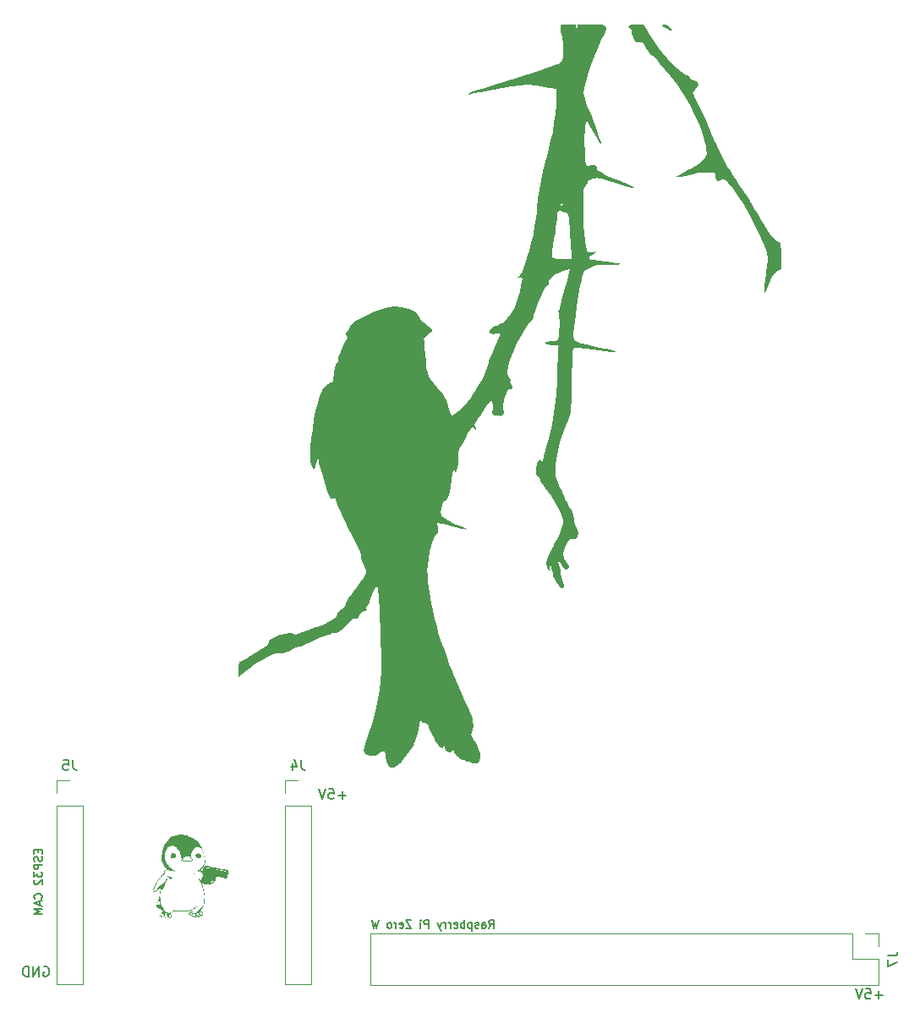
<source format=gbr>
%TF.GenerationSoftware,KiCad,Pcbnew,(6.0.8)*%
%TF.CreationDate,2023-04-19T22:42:55+02:00*%
%TF.ProjectId,Group22_Power,47726f75-7032-4325-9f50-6f7765722e6b,rev?*%
%TF.SameCoordinates,Original*%
%TF.FileFunction,Legend,Bot*%
%TF.FilePolarity,Positive*%
%FSLAX46Y46*%
G04 Gerber Fmt 4.6, Leading zero omitted, Abs format (unit mm)*
G04 Created by KiCad (PCBNEW (6.0.8)) date 2023-04-19 22:42:55*
%MOMM*%
%LPD*%
G01*
G04 APERTURE LIST*
%ADD10C,0.150000*%
%ADD11C,0.120000*%
%ADD12R,1.700000X1.700000*%
%ADD13O,1.700000X1.700000*%
%ADD14C,3.450000*%
%ADD15C,2.390000*%
%ADD16C,0.700000*%
%ADD17O,1.600000X1.000000*%
%ADD18C,0.650000*%
%ADD19O,1.900000X1.070000*%
%ADD20C,1.300000*%
G04 APERTURE END LIST*
D10*
X67261904Y-137250000D02*
X67357142Y-137202380D01*
X67500000Y-137202380D01*
X67642857Y-137250000D01*
X67738095Y-137345238D01*
X67785714Y-137440476D01*
X67833333Y-137630952D01*
X67833333Y-137773809D01*
X67785714Y-137964285D01*
X67738095Y-138059523D01*
X67642857Y-138154761D01*
X67500000Y-138202380D01*
X67404761Y-138202380D01*
X67261904Y-138154761D01*
X67214285Y-138107142D01*
X67214285Y-137773809D01*
X67404761Y-137773809D01*
X66785714Y-138202380D02*
X66785714Y-137202380D01*
X66214285Y-138202380D01*
X66214285Y-137202380D01*
X65738095Y-138202380D02*
X65738095Y-137202380D01*
X65500000Y-137202380D01*
X65357142Y-137250000D01*
X65261904Y-137345238D01*
X65214285Y-137440476D01*
X65166666Y-137630952D01*
X65166666Y-137773809D01*
X65214285Y-137964285D01*
X65261904Y-138059523D01*
X65357142Y-138154761D01*
X65500000Y-138202380D01*
X65738095Y-138202380D01*
X97535714Y-120071428D02*
X96773809Y-120071428D01*
X97154761Y-120452380D02*
X97154761Y-119690476D01*
X95821428Y-119452380D02*
X96297619Y-119452380D01*
X96345238Y-119928571D01*
X96297619Y-119880952D01*
X96202380Y-119833333D01*
X95964285Y-119833333D01*
X95869047Y-119880952D01*
X95821428Y-119928571D01*
X95773809Y-120023809D01*
X95773809Y-120261904D01*
X95821428Y-120357142D01*
X95869047Y-120404761D01*
X95964285Y-120452380D01*
X96202380Y-120452380D01*
X96297619Y-120404761D01*
X96345238Y-120357142D01*
X95488095Y-119452380D02*
X95154761Y-120452380D01*
X94821428Y-119452380D01*
X151285714Y-140071428D02*
X150523809Y-140071428D01*
X150904761Y-140452380D02*
X150904761Y-139690476D01*
X149571428Y-139452380D02*
X150047619Y-139452380D01*
X150095238Y-139928571D01*
X150047619Y-139880952D01*
X149952380Y-139833333D01*
X149714285Y-139833333D01*
X149619047Y-139880952D01*
X149571428Y-139928571D01*
X149523809Y-140023809D01*
X149523809Y-140261904D01*
X149571428Y-140357142D01*
X149619047Y-140404761D01*
X149714285Y-140452380D01*
X149952380Y-140452380D01*
X150047619Y-140404761D01*
X150095238Y-140357142D01*
X149238095Y-139452380D02*
X148904761Y-140452380D01*
X148571428Y-139452380D01*
X66692857Y-125530952D02*
X66692857Y-125797619D01*
X67111904Y-125911904D02*
X67111904Y-125530952D01*
X66311904Y-125530952D01*
X66311904Y-125911904D01*
X67073809Y-126216666D02*
X67111904Y-126330952D01*
X67111904Y-126521428D01*
X67073809Y-126597619D01*
X67035714Y-126635714D01*
X66959523Y-126673809D01*
X66883333Y-126673809D01*
X66807142Y-126635714D01*
X66769047Y-126597619D01*
X66730952Y-126521428D01*
X66692857Y-126369047D01*
X66654761Y-126292857D01*
X66616666Y-126254761D01*
X66540476Y-126216666D01*
X66464285Y-126216666D01*
X66388095Y-126254761D01*
X66350000Y-126292857D01*
X66311904Y-126369047D01*
X66311904Y-126559523D01*
X66350000Y-126673809D01*
X67111904Y-127016666D02*
X66311904Y-127016666D01*
X66311904Y-127321428D01*
X66350000Y-127397619D01*
X66388095Y-127435714D01*
X66464285Y-127473809D01*
X66578571Y-127473809D01*
X66654761Y-127435714D01*
X66692857Y-127397619D01*
X66730952Y-127321428D01*
X66730952Y-127016666D01*
X66311904Y-127740476D02*
X66311904Y-128235714D01*
X66616666Y-127969047D01*
X66616666Y-128083333D01*
X66654761Y-128159523D01*
X66692857Y-128197619D01*
X66769047Y-128235714D01*
X66959523Y-128235714D01*
X67035714Y-128197619D01*
X67073809Y-128159523D01*
X67111904Y-128083333D01*
X67111904Y-127854761D01*
X67073809Y-127778571D01*
X67035714Y-127740476D01*
X66388095Y-128540476D02*
X66350000Y-128578571D01*
X66311904Y-128654761D01*
X66311904Y-128845238D01*
X66350000Y-128921428D01*
X66388095Y-128959523D01*
X66464285Y-128997619D01*
X66540476Y-128997619D01*
X66654761Y-128959523D01*
X67111904Y-128502380D01*
X67111904Y-128997619D01*
X67035714Y-130407142D02*
X67073809Y-130369047D01*
X67111904Y-130254761D01*
X67111904Y-130178571D01*
X67073809Y-130064285D01*
X66997619Y-129988095D01*
X66921428Y-129950000D01*
X66769047Y-129911904D01*
X66654761Y-129911904D01*
X66502380Y-129950000D01*
X66426190Y-129988095D01*
X66350000Y-130064285D01*
X66311904Y-130178571D01*
X66311904Y-130254761D01*
X66350000Y-130369047D01*
X66388095Y-130407142D01*
X66883333Y-130711904D02*
X66883333Y-131092857D01*
X67111904Y-130635714D02*
X66311904Y-130902380D01*
X67111904Y-131169047D01*
X67111904Y-131435714D02*
X66311904Y-131435714D01*
X66883333Y-131702380D01*
X66311904Y-131969047D01*
X67111904Y-131969047D01*
X111850000Y-133361904D02*
X112116666Y-132980952D01*
X112307142Y-133361904D02*
X112307142Y-132561904D01*
X112002380Y-132561904D01*
X111926190Y-132600000D01*
X111888095Y-132638095D01*
X111850000Y-132714285D01*
X111850000Y-132828571D01*
X111888095Y-132904761D01*
X111926190Y-132942857D01*
X112002380Y-132980952D01*
X112307142Y-132980952D01*
X111164285Y-133361904D02*
X111164285Y-132942857D01*
X111202380Y-132866666D01*
X111278571Y-132828571D01*
X111430952Y-132828571D01*
X111507142Y-132866666D01*
X111164285Y-133323809D02*
X111240476Y-133361904D01*
X111430952Y-133361904D01*
X111507142Y-133323809D01*
X111545238Y-133247619D01*
X111545238Y-133171428D01*
X111507142Y-133095238D01*
X111430952Y-133057142D01*
X111240476Y-133057142D01*
X111164285Y-133019047D01*
X110821428Y-133323809D02*
X110745238Y-133361904D01*
X110592857Y-133361904D01*
X110516666Y-133323809D01*
X110478571Y-133247619D01*
X110478571Y-133209523D01*
X110516666Y-133133333D01*
X110592857Y-133095238D01*
X110707142Y-133095238D01*
X110783333Y-133057142D01*
X110821428Y-132980952D01*
X110821428Y-132942857D01*
X110783333Y-132866666D01*
X110707142Y-132828571D01*
X110592857Y-132828571D01*
X110516666Y-132866666D01*
X110135714Y-132828571D02*
X110135714Y-133628571D01*
X110135714Y-132866666D02*
X110059523Y-132828571D01*
X109907142Y-132828571D01*
X109830952Y-132866666D01*
X109792857Y-132904761D01*
X109754761Y-132980952D01*
X109754761Y-133209523D01*
X109792857Y-133285714D01*
X109830952Y-133323809D01*
X109907142Y-133361904D01*
X110059523Y-133361904D01*
X110135714Y-133323809D01*
X109411904Y-133361904D02*
X109411904Y-132561904D01*
X109411904Y-132866666D02*
X109335714Y-132828571D01*
X109183333Y-132828571D01*
X109107142Y-132866666D01*
X109069047Y-132904761D01*
X109030952Y-132980952D01*
X109030952Y-133209523D01*
X109069047Y-133285714D01*
X109107142Y-133323809D01*
X109183333Y-133361904D01*
X109335714Y-133361904D01*
X109411904Y-133323809D01*
X108383333Y-133323809D02*
X108459523Y-133361904D01*
X108611904Y-133361904D01*
X108688095Y-133323809D01*
X108726190Y-133247619D01*
X108726190Y-132942857D01*
X108688095Y-132866666D01*
X108611904Y-132828571D01*
X108459523Y-132828571D01*
X108383333Y-132866666D01*
X108345238Y-132942857D01*
X108345238Y-133019047D01*
X108726190Y-133095238D01*
X108002380Y-133361904D02*
X108002380Y-132828571D01*
X108002380Y-132980952D02*
X107964285Y-132904761D01*
X107926190Y-132866666D01*
X107850000Y-132828571D01*
X107773809Y-132828571D01*
X107507142Y-133361904D02*
X107507142Y-132828571D01*
X107507142Y-132980952D02*
X107469047Y-132904761D01*
X107430952Y-132866666D01*
X107354761Y-132828571D01*
X107278571Y-132828571D01*
X107088095Y-132828571D02*
X106897619Y-133361904D01*
X106707142Y-132828571D02*
X106897619Y-133361904D01*
X106973809Y-133552380D01*
X107011904Y-133590476D01*
X107088095Y-133628571D01*
X105792857Y-133361904D02*
X105792857Y-132561904D01*
X105488095Y-132561904D01*
X105411904Y-132600000D01*
X105373809Y-132638095D01*
X105335714Y-132714285D01*
X105335714Y-132828571D01*
X105373809Y-132904761D01*
X105411904Y-132942857D01*
X105488095Y-132980952D01*
X105792857Y-132980952D01*
X104992857Y-133361904D02*
X104992857Y-132828571D01*
X104992857Y-132561904D02*
X105030952Y-132600000D01*
X104992857Y-132638095D01*
X104954761Y-132600000D01*
X104992857Y-132561904D01*
X104992857Y-132638095D01*
X104078571Y-132561904D02*
X103545238Y-132561904D01*
X104078571Y-133361904D01*
X103545238Y-133361904D01*
X102935714Y-133323809D02*
X103011904Y-133361904D01*
X103164285Y-133361904D01*
X103240476Y-133323809D01*
X103278571Y-133247619D01*
X103278571Y-132942857D01*
X103240476Y-132866666D01*
X103164285Y-132828571D01*
X103011904Y-132828571D01*
X102935714Y-132866666D01*
X102897619Y-132942857D01*
X102897619Y-133019047D01*
X103278571Y-133095238D01*
X102554761Y-133361904D02*
X102554761Y-132828571D01*
X102554761Y-132980952D02*
X102516666Y-132904761D01*
X102478571Y-132866666D01*
X102402380Y-132828571D01*
X102326190Y-132828571D01*
X101945238Y-133361904D02*
X102021428Y-133323809D01*
X102059523Y-133285714D01*
X102097619Y-133209523D01*
X102097619Y-132980952D01*
X102059523Y-132904761D01*
X102021428Y-132866666D01*
X101945238Y-132828571D01*
X101830952Y-132828571D01*
X101754761Y-132866666D01*
X101716666Y-132904761D01*
X101678571Y-132980952D01*
X101678571Y-133209523D01*
X101716666Y-133285714D01*
X101754761Y-133323809D01*
X101830952Y-133361904D01*
X101945238Y-133361904D01*
X100802380Y-132561904D02*
X100611904Y-133361904D01*
X100459523Y-132790476D01*
X100307142Y-133361904D01*
X100116666Y-132561904D01*
%TO.C,J4*%
X93058333Y-116557380D02*
X93058333Y-117271666D01*
X93105952Y-117414523D01*
X93201190Y-117509761D01*
X93344047Y-117557380D01*
X93439285Y-117557380D01*
X92153571Y-116890714D02*
X92153571Y-117557380D01*
X92391666Y-116509761D02*
X92629761Y-117224047D01*
X92010714Y-117224047D01*
%TO.C,J7*%
X151762380Y-136146666D02*
X152476666Y-136146666D01*
X152619523Y-136099047D01*
X152714761Y-136003809D01*
X152762380Y-135860952D01*
X152762380Y-135765714D01*
X151762380Y-136527619D02*
X151762380Y-137194285D01*
X152762380Y-136765714D01*
%TO.C,J5*%
X70192798Y-116557380D02*
X70192798Y-117271666D01*
X70240417Y-117414523D01*
X70335655Y-117509761D01*
X70478512Y-117557380D01*
X70573750Y-117557380D01*
X69240417Y-116557380D02*
X69716607Y-116557380D01*
X69764226Y-117033571D01*
X69716607Y-116985952D01*
X69621369Y-116938333D01*
X69383274Y-116938333D01*
X69288036Y-116985952D01*
X69240417Y-117033571D01*
X69192798Y-117128809D01*
X69192798Y-117366904D01*
X69240417Y-117462142D01*
X69288036Y-117509761D01*
X69383274Y-117557380D01*
X69621369Y-117557380D01*
X69716607Y-117509761D01*
X69764226Y-117462142D01*
%TO.C,G\u002A\u002A\u002A*%
G36*
X82726205Y-132363018D02*
G01*
X82715897Y-132373326D01*
X82705588Y-132363018D01*
X82715897Y-132352710D01*
X82726205Y-132363018D01*
G37*
G36*
X82081928Y-132441582D02*
G01*
X82087777Y-132443510D01*
X82083357Y-132448861D01*
X82045848Y-132451011D01*
X82031860Y-132450811D01*
X82003352Y-132447558D01*
X82009769Y-132441582D01*
X82029639Y-132438376D01*
X82081928Y-132441582D01*
G37*
G36*
X78994549Y-131765128D02*
G01*
X78984241Y-131775437D01*
X78973933Y-131765128D01*
X78984241Y-131754820D01*
X78994549Y-131765128D01*
G37*
G36*
X83365329Y-132280551D02*
G01*
X83355020Y-132290859D01*
X83344712Y-132280551D01*
X83355020Y-132270242D01*
X83365329Y-132280551D01*
G37*
G36*
X80235428Y-132441710D02*
G01*
X80244971Y-132449131D01*
X80222972Y-132454166D01*
X80202061Y-132452709D01*
X80195912Y-132443338D01*
X80203206Y-132439252D01*
X80235428Y-132441710D01*
G37*
G36*
X81963381Y-131930063D02*
G01*
X81953072Y-131940372D01*
X81942764Y-131930063D01*
X81953072Y-131919755D01*
X81963381Y-131930063D01*
G37*
G36*
X83592114Y-132053765D02*
G01*
X83581806Y-132064073D01*
X83571498Y-132053765D01*
X83581806Y-132043456D01*
X83592114Y-132053765D01*
G37*
G36*
X80441597Y-132462327D02*
G01*
X80451140Y-132469748D01*
X80429141Y-132474783D01*
X80408230Y-132473325D01*
X80402081Y-132463955D01*
X80409375Y-132459869D01*
X80441597Y-132462327D01*
G37*
G36*
X79633673Y-129146784D02*
G01*
X79623364Y-129157093D01*
X79613056Y-129146784D01*
X79623364Y-129136476D01*
X79633673Y-129146784D01*
G37*
G36*
X83296606Y-131947244D02*
G01*
X83299831Y-131953445D01*
X83282861Y-131960989D01*
X83271947Y-131959501D01*
X83269117Y-131947244D01*
X83272138Y-131944777D01*
X83296606Y-131947244D01*
G37*
G36*
X78314192Y-131868213D02*
G01*
X78303884Y-131878521D01*
X78293575Y-131868213D01*
X78303884Y-131857904D01*
X78314192Y-131868213D01*
G37*
G36*
X82665426Y-128415344D02*
G01*
X82657022Y-128448571D01*
X82628596Y-128497919D01*
X82607590Y-128525989D01*
X82593134Y-128533444D01*
X82585354Y-128510241D01*
X82592052Y-128471921D01*
X82621113Y-128428346D01*
X82625093Y-128424464D01*
X82654539Y-128405041D01*
X82665426Y-128415344D01*
G37*
G36*
X80499582Y-128693213D02*
G01*
X80489274Y-128703521D01*
X80478965Y-128693213D01*
X80489274Y-128682904D01*
X80499582Y-128693213D01*
G37*
G36*
X80430502Y-131374715D02*
G01*
X80432532Y-131414641D01*
X80432266Y-131436482D01*
X80429139Y-131466089D01*
X80423566Y-131461270D01*
X80419830Y-131432522D01*
X80423150Y-131378802D01*
X80425846Y-131368658D01*
X80430502Y-131374715D01*
G37*
G36*
X80911920Y-132466102D02*
G01*
X80901611Y-132476411D01*
X80891303Y-132466102D01*
X80901611Y-132455794D01*
X80911920Y-132466102D01*
G37*
G36*
X83117926Y-132383635D02*
G01*
X83107618Y-132393943D01*
X83097309Y-132383635D01*
X83107618Y-132373326D01*
X83117926Y-132383635D01*
G37*
G36*
X80292480Y-128540611D02*
G01*
X80326556Y-128558234D01*
X80360485Y-128585283D01*
X80375881Y-128607864D01*
X80368076Y-128620791D01*
X80341040Y-128612380D01*
X80303722Y-128579820D01*
X80283068Y-128551363D01*
X80285064Y-128539242D01*
X80292480Y-128540611D01*
G37*
G36*
X81400949Y-132461231D02*
G01*
X81421704Y-132463517D01*
X81419651Y-132466361D01*
X81382516Y-132468329D01*
X81313949Y-132469093D01*
X81264418Y-132468794D01*
X81213864Y-132467238D01*
X81196120Y-132464644D01*
X81215397Y-132461345D01*
X81234883Y-132459924D01*
X81318422Y-132458112D01*
X81400949Y-132461231D01*
G37*
G36*
X78376043Y-131847596D02*
G01*
X78365735Y-131857904D01*
X78355426Y-131847596D01*
X78365735Y-131837288D01*
X78376043Y-131847596D01*
G37*
G36*
X83612731Y-132115615D02*
G01*
X83602423Y-132125924D01*
X83592114Y-132115615D01*
X83602423Y-132105307D01*
X83612731Y-132115615D01*
G37*
G36*
X83667710Y-132091562D02*
G01*
X83670935Y-132097764D01*
X83653965Y-132105307D01*
X83643051Y-132103819D01*
X83640220Y-132091562D01*
X83643242Y-132089095D01*
X83667710Y-132091562D01*
G37*
G36*
X79382804Y-129105551D02*
G01*
X79363628Y-129147409D01*
X79354469Y-129167401D01*
X79342729Y-129193027D01*
X79313847Y-129258512D01*
X79308978Y-129270486D01*
X79295554Y-129303495D01*
X79292813Y-129311719D01*
X79285963Y-129332271D01*
X79283186Y-129349136D01*
X79279676Y-129364476D01*
X79259872Y-129383878D01*
X79252261Y-129391334D01*
X79236273Y-129402888D01*
X79221335Y-129440581D01*
X79218985Y-129453331D01*
X79205813Y-129466346D01*
X79191055Y-129480928D01*
X79127300Y-129505726D01*
X79100415Y-129515069D01*
X79040963Y-129545628D01*
X79003509Y-129578905D01*
X78999885Y-129585452D01*
X78982864Y-129637390D01*
X78963497Y-129725992D01*
X78942421Y-129847661D01*
X78920274Y-129998799D01*
X78897695Y-130175810D01*
X78895167Y-130198012D01*
X78892351Y-130247051D01*
X78899363Y-130266449D01*
X78918131Y-130264583D01*
X78922180Y-130263358D01*
X78933122Y-130266319D01*
X78941213Y-130283955D01*
X78947057Y-130321578D01*
X78951259Y-130384500D01*
X78954424Y-130478031D01*
X78957155Y-130607484D01*
X78963624Y-130962878D01*
X78991693Y-130998288D01*
X79030629Y-131047408D01*
X79055366Y-131079801D01*
X79079959Y-131115697D01*
X79086051Y-131124589D01*
X79098333Y-131149589D01*
X79104143Y-131175456D01*
X79105029Y-131177547D01*
X79123175Y-131220362D01*
X79139444Y-131249706D01*
X79148397Y-131265854D01*
X79151638Y-131270323D01*
X79172467Y-131299045D01*
X79188045Y-131307050D01*
X79193675Y-131304322D01*
X79208160Y-131311557D01*
X79218400Y-131316672D01*
X79247676Y-131350258D01*
X79254379Y-131361882D01*
X79261025Y-131373408D01*
X79272215Y-131392814D01*
X79282727Y-131432077D01*
X79288212Y-131463553D01*
X79314213Y-131521428D01*
X79351979Y-131573086D01*
X79390731Y-131601609D01*
X79410633Y-131611034D01*
X79427504Y-131632687D01*
X79428865Y-131640453D01*
X79451742Y-131678367D01*
X79493884Y-131724201D01*
X79543589Y-131766337D01*
X79589154Y-131793160D01*
X79620723Y-131803475D01*
X79688383Y-131821290D01*
X79739384Y-131832480D01*
X79764583Y-131838009D01*
X79766012Y-131838289D01*
X79834021Y-131850274D01*
X79876193Y-131851169D01*
X79906729Y-131838778D01*
X79939827Y-131810906D01*
X79941625Y-131809256D01*
X79996422Y-131770400D01*
X80051685Y-131746644D01*
X80101081Y-131725133D01*
X80159984Y-131684252D01*
X80215447Y-131634277D01*
X80256657Y-131585010D01*
X80272796Y-131546252D01*
X80278169Y-131524444D01*
X80303722Y-131507417D01*
X80327010Y-131510503D01*
X80331472Y-131527842D01*
X80309656Y-131568610D01*
X80297703Y-131597026D01*
X80301050Y-131625027D01*
X80310901Y-131627462D01*
X80357313Y-131631231D01*
X80436928Y-131634583D01*
X80544747Y-131637398D01*
X80675767Y-131639557D01*
X80824989Y-131640940D01*
X80987411Y-131641427D01*
X81071812Y-131641392D01*
X81242286Y-131640968D01*
X81377480Y-131639911D01*
X81481569Y-131638029D01*
X81558728Y-131635129D01*
X81613129Y-131631020D01*
X81648947Y-131625510D01*
X81656464Y-131623016D01*
X81736595Y-131623016D01*
X81740013Y-131626708D01*
X81767520Y-131631119D01*
X81781737Y-131628869D01*
X81798446Y-131611149D01*
X81794068Y-131602618D01*
X81767520Y-131603046D01*
X81752716Y-131609722D01*
X81736595Y-131623016D01*
X81656464Y-131623016D01*
X81670355Y-131618407D01*
X81681529Y-131609520D01*
X81689608Y-131602330D01*
X81737165Y-131583204D01*
X81823539Y-131563877D01*
X81949936Y-131544054D01*
X82013451Y-131535174D01*
X82098673Y-131521787D01*
X82156168Y-131509044D01*
X82194378Y-131494188D01*
X82221747Y-131474462D01*
X82246716Y-131447106D01*
X82256696Y-131435791D01*
X82300271Y-131398685D01*
X82336945Y-131383716D01*
X82338642Y-131383659D01*
X82373993Y-131364841D01*
X82406644Y-131321865D01*
X82409775Y-131315861D01*
X82432087Y-131276227D01*
X82444267Y-131260015D01*
X82444965Y-131260707D01*
X82445618Y-131284719D01*
X82441461Y-131332352D01*
X82436930Y-131360657D01*
X82418099Y-131399364D01*
X82378596Y-131417565D01*
X82357255Y-131425697D01*
X82303897Y-131459322D01*
X82249636Y-131506481D01*
X82222143Y-131533815D01*
X82187436Y-131561476D01*
X82149609Y-131576628D01*
X82095957Y-131583592D01*
X82013777Y-131586685D01*
X81994896Y-131587227D01*
X81921028Y-131590494D01*
X81867296Y-131594696D01*
X81844246Y-131599062D01*
X81843857Y-131599610D01*
X81853551Y-131611149D01*
X81856362Y-131614495D01*
X81893615Y-131637445D01*
X81951196Y-131667614D01*
X81859358Y-131666886D01*
X81806274Y-131667788D01*
X81721363Y-131670996D01*
X81618561Y-131676004D01*
X81509809Y-131682285D01*
X81421450Y-131687347D01*
X81272752Y-131694142D01*
X81119422Y-131699355D01*
X80968003Y-131702915D01*
X80825041Y-131704752D01*
X80697080Y-131704796D01*
X80590666Y-131702977D01*
X80512343Y-131699224D01*
X80468657Y-131693467D01*
X80465809Y-131692679D01*
X80400013Y-131677568D01*
X80328896Y-131665128D01*
X80320932Y-131664037D01*
X80271387Y-131662227D01*
X80238835Y-131679527D01*
X80205195Y-131724634D01*
X80197687Y-131735808D01*
X80158535Y-131777876D01*
X80123261Y-131783876D01*
X80082852Y-131788527D01*
X80035878Y-131824913D01*
X80001557Y-131875883D01*
X79994193Y-131886820D01*
X79990249Y-131904416D01*
X79985041Y-131927652D01*
X79994604Y-131942527D01*
X80009525Y-131965737D01*
X80009717Y-131965931D01*
X80030146Y-132005173D01*
X80044041Y-132066850D01*
X80050860Y-132138437D01*
X80050818Y-132142075D01*
X80050061Y-132207410D01*
X80041102Y-132261247D01*
X80023441Y-132287423D01*
X80013935Y-132295987D01*
X80004777Y-132330375D01*
X80003019Y-132349729D01*
X79991032Y-132380199D01*
X79970371Y-132388959D01*
X79925745Y-132393943D01*
X79894237Y-132390792D01*
X79886254Y-132381892D01*
X79887097Y-132364538D01*
X79864438Y-132330283D01*
X79824014Y-132291672D01*
X79775077Y-132258939D01*
X79745295Y-132244562D01*
X79722192Y-132243073D01*
X79711247Y-132266112D01*
X79692489Y-132290899D01*
X79642002Y-132306652D01*
X79580950Y-132316891D01*
X79525839Y-132335091D01*
X79488555Y-132356329D01*
X79480525Y-132375719D01*
X79473502Y-132388201D01*
X79437812Y-132393943D01*
X79403741Y-132389346D01*
X79394281Y-132377044D01*
X79394991Y-132356541D01*
X79385704Y-132306412D01*
X79367670Y-132240383D01*
X79364605Y-132230570D01*
X79343616Y-132171437D01*
X79329211Y-132149598D01*
X79319711Y-132162318D01*
X79297747Y-132194073D01*
X79239977Y-132219134D01*
X79182564Y-132235477D01*
X79115763Y-132265188D01*
X79075061Y-132297209D01*
X79053337Y-132304898D01*
X79009742Y-132300551D01*
X79002844Y-132298690D01*
X78972282Y-132282546D01*
X78954606Y-132249087D01*
X78942813Y-132186362D01*
X78938574Y-132150080D01*
X78938935Y-132098349D01*
X78976730Y-132098349D01*
X78996566Y-132205315D01*
X78998458Y-132210518D01*
X79020768Y-132252348D01*
X79042954Y-132268616D01*
X79071010Y-132258046D01*
X79122977Y-132231338D01*
X79187260Y-132194368D01*
X79191549Y-132191781D01*
X79253708Y-132152360D01*
X79286956Y-132123941D01*
X79298242Y-132098281D01*
X79294513Y-132067139D01*
X79290167Y-132047946D01*
X79386385Y-132047946D01*
X79386555Y-132059146D01*
X79393667Y-132139667D01*
X79407971Y-132213546D01*
X79412743Y-132228881D01*
X79433544Y-132272039D01*
X79454244Y-132287933D01*
X79465046Y-132286656D01*
X79550171Y-132275542D01*
X79603183Y-132263999D01*
X79632159Y-132247743D01*
X79645173Y-132222494D01*
X79650300Y-132183969D01*
X79649822Y-132147619D01*
X79625924Y-132094569D01*
X79570388Y-132066359D01*
X79481902Y-132062039D01*
X79452842Y-132063270D01*
X79416651Y-132057918D01*
X79411480Y-132040045D01*
X79422555Y-132027747D01*
X79464039Y-132016482D01*
X79520885Y-132018008D01*
X79577866Y-132032972D01*
X79600577Y-132039403D01*
X79627903Y-132035482D01*
X79626703Y-132018316D01*
X79602599Y-131994824D01*
X79569563Y-131977188D01*
X79543151Y-131976275D01*
X79528911Y-131977464D01*
X79501508Y-131956690D01*
X79478219Y-131938133D01*
X79432476Y-131942567D01*
X79406333Y-131957225D01*
X79390357Y-131988821D01*
X79386385Y-132047946D01*
X79290167Y-132047946D01*
X79284574Y-132023249D01*
X79272275Y-131960989D01*
X79263335Y-131909447D01*
X79281514Y-131960989D01*
X79292385Y-131990417D01*
X79299184Y-131996792D01*
X79301748Y-131966536D01*
X79301775Y-131965991D01*
X79321980Y-131926388D01*
X79340393Y-131917065D01*
X79495620Y-131917065D01*
X79513164Y-131934070D01*
X79548378Y-131939764D01*
X79588517Y-131929344D01*
X79601360Y-131922621D01*
X79699456Y-131922621D01*
X79727873Y-131977396D01*
X79742906Y-132017969D01*
X79736706Y-132051754D01*
X79729107Y-132064445D01*
X79739772Y-132098631D01*
X79745015Y-132104363D01*
X79771453Y-132122350D01*
X79791444Y-132124869D01*
X79790571Y-132108983D01*
X79791095Y-132093398D01*
X79808659Y-132093398D01*
X79816029Y-132105307D01*
X79817835Y-132105499D01*
X79833645Y-132126707D01*
X79840497Y-132172312D01*
X79842188Y-132183969D01*
X79848771Y-132229362D01*
X79868541Y-132275396D01*
X79893896Y-132302004D01*
X79925954Y-132306406D01*
X79958584Y-132270522D01*
X79977234Y-132224112D01*
X79981466Y-132142075D01*
X79958396Y-132058934D01*
X79933462Y-132023280D01*
X79900600Y-131997665D01*
X79872418Y-131990453D01*
X79860459Y-132007684D01*
X79852831Y-132030073D01*
X79826338Y-132067604D01*
X79808659Y-132093398D01*
X79791095Y-132093398D01*
X79791508Y-132081133D01*
X79808749Y-132036824D01*
X79824570Y-132003353D01*
X79823166Y-131985121D01*
X79796169Y-131981606D01*
X79773697Y-131977710D01*
X79766744Y-131962508D01*
X79791578Y-131953707D01*
X79843055Y-131961910D01*
X79878165Y-131969922D01*
X79926246Y-131967922D01*
X79942926Y-131942527D01*
X79930004Y-131935156D01*
X79885857Y-131928055D01*
X79821191Y-131924560D01*
X79699456Y-131922621D01*
X79601360Y-131922621D01*
X79636136Y-131904416D01*
X79578208Y-131893055D01*
X79534195Y-131889576D01*
X79503944Y-131897475D01*
X79495620Y-131917065D01*
X79340393Y-131917065D01*
X79368172Y-131903000D01*
X79426256Y-131903017D01*
X79437794Y-131903517D01*
X79462380Y-131884710D01*
X79462483Y-131875883D01*
X79438093Y-131865605D01*
X79377335Y-131865520D01*
X79332067Y-131866021D01*
X79291726Y-131859611D01*
X79282305Y-131847256D01*
X79308957Y-131831520D01*
X79318646Y-131825926D01*
X79318899Y-131821478D01*
X79353678Y-131821478D01*
X79363892Y-131846508D01*
X79370461Y-131849263D01*
X79395490Y-131839048D01*
X79398246Y-131832480D01*
X79388031Y-131807450D01*
X79381463Y-131804695D01*
X79356433Y-131814910D01*
X79353678Y-131821478D01*
X79318899Y-131821478D01*
X79319764Y-131806247D01*
X79308714Y-131801138D01*
X79278530Y-131811888D01*
X79276427Y-131813504D01*
X79236381Y-131832089D01*
X79180101Y-131847269D01*
X79114703Y-131868087D01*
X79039038Y-131923416D01*
X78991967Y-132002277D01*
X78976730Y-132098349D01*
X78938935Y-132098349D01*
X78939414Y-132029559D01*
X78968605Y-131931717D01*
X79028014Y-131849166D01*
X79053516Y-131824667D01*
X79098630Y-131789326D01*
X79129552Y-131775437D01*
X79142895Y-131773029D01*
X79159485Y-131752614D01*
X79162064Y-131743660D01*
X79185256Y-131739477D01*
X79237908Y-131758377D01*
X79275342Y-131767080D01*
X79281215Y-131756185D01*
X79256137Y-131722703D01*
X79200718Y-131663642D01*
X79163167Y-131626096D01*
X79085699Y-131555893D01*
X79012899Y-131498503D01*
X78952508Y-131459776D01*
X78912267Y-131445567D01*
X78906843Y-131445001D01*
X78868339Y-131432739D01*
X78813633Y-131409392D01*
X78756368Y-131381505D01*
X78743097Y-131374068D01*
X78987347Y-131374068D01*
X78998283Y-131396701D01*
X79010588Y-131399030D01*
X79013746Y-131373408D01*
X79159485Y-131373408D01*
X79169793Y-131383716D01*
X79180101Y-131373408D01*
X79169793Y-131363099D01*
X79159485Y-131373408D01*
X79013746Y-131373408D01*
X79015166Y-131361882D01*
X79010986Y-131338404D01*
X78995450Y-131331617D01*
X78987567Y-131340893D01*
X78987347Y-131374068D01*
X78743097Y-131374068D01*
X78710187Y-131355625D01*
X78688732Y-131338300D01*
X78685736Y-131333568D01*
X78657807Y-131321735D01*
X78652377Y-131321137D01*
X78639372Y-131311557D01*
X78891465Y-131311557D01*
X78901774Y-131321865D01*
X78912082Y-131311557D01*
X78901774Y-131301249D01*
X78891465Y-131311557D01*
X78639372Y-131311557D01*
X78620299Y-131297507D01*
X78604747Y-131270323D01*
X78808998Y-131270323D01*
X78819306Y-131280632D01*
X78829614Y-131270323D01*
X78819306Y-131260015D01*
X78808998Y-131270323D01*
X78604747Y-131270323D01*
X78593424Y-131250532D01*
X78593199Y-131249706D01*
X78705913Y-131249706D01*
X78716222Y-131260015D01*
X78726530Y-131249706D01*
X78716222Y-131239398D01*
X78705913Y-131249706D01*
X78593199Y-131249706D01*
X78578399Y-131195456D01*
X78580471Y-131166824D01*
X78730935Y-131166824D01*
X78733402Y-131191292D01*
X78739603Y-131194517D01*
X78747147Y-131177547D01*
X78745659Y-131166633D01*
X78733402Y-131163803D01*
X78730935Y-131166824D01*
X78580471Y-131166824D01*
X78581868Y-131147526D01*
X78590538Y-131110585D01*
X78587034Y-131104974D01*
X78957721Y-131104974D01*
X78960188Y-131129441D01*
X78966389Y-131132667D01*
X78973933Y-131115697D01*
X78972445Y-131104782D01*
X78960188Y-131101952D01*
X78957721Y-131104974D01*
X78587034Y-131104974D01*
X78576025Y-131087342D01*
X78564573Y-131076384D01*
X78583952Y-131055929D01*
X78585253Y-131055048D01*
X78608809Y-131017700D01*
X78618106Y-130965219D01*
X78653520Y-130965219D01*
X78662655Y-130990687D01*
X78675390Y-131010268D01*
X78698608Y-131059000D01*
X78720048Y-131089923D01*
X78755058Y-131085398D01*
X78803224Y-131042108D01*
X78821875Y-131022329D01*
X78854809Y-131002565D01*
X78888540Y-131011047D01*
X78901258Y-131017511D01*
X78917557Y-131019721D01*
X78918758Y-130998288D01*
X78907149Y-130945099D01*
X78902777Y-130922425D01*
X78894355Y-130848878D01*
X78888594Y-130755479D01*
X78886547Y-130656971D01*
X78885963Y-130601702D01*
X78882561Y-130526623D01*
X78876783Y-130475096D01*
X78869385Y-130455956D01*
X78864380Y-130458444D01*
X78846240Y-130487404D01*
X78827179Y-130538424D01*
X78820638Y-130558506D01*
X78801184Y-130603099D01*
X78785117Y-130620891D01*
X78777559Y-130623853D01*
X78767764Y-130650378D01*
X78767659Y-130652293D01*
X78757718Y-130687839D01*
X78734760Y-130747394D01*
X78703291Y-130819160D01*
X78682698Y-130864991D01*
X78659508Y-130926244D01*
X78653520Y-130965219D01*
X78618106Y-130965219D01*
X78619704Y-130956196D01*
X78621172Y-130938621D01*
X78637247Y-130864066D01*
X78664353Y-130791371D01*
X78676250Y-130765790D01*
X78697497Y-130713685D01*
X78705913Y-130682551D01*
X78710003Y-130666669D01*
X78729808Y-130621384D01*
X78760510Y-130563008D01*
X78764814Y-130555156D01*
X78806279Y-130451047D01*
X78831127Y-130332255D01*
X78839897Y-130268502D01*
X78855332Y-130178151D01*
X78870997Y-130105469D01*
X78885095Y-130044313D01*
X78900078Y-129962624D01*
X78915371Y-129859739D01*
X78931952Y-129729021D01*
X78950799Y-129563834D01*
X78957026Y-129512097D01*
X78965428Y-129455623D01*
X79019571Y-129455623D01*
X79022039Y-129480091D01*
X79028240Y-129483316D01*
X79035783Y-129466346D01*
X79034295Y-129455431D01*
X79022039Y-129452601D01*
X79019571Y-129455623D01*
X78965428Y-129455623D01*
X78969735Y-129426676D01*
X78980166Y-129373156D01*
X79163889Y-129373156D01*
X79166357Y-129397623D01*
X79172558Y-129400848D01*
X79180101Y-129383878D01*
X79178614Y-129372964D01*
X79166357Y-129370134D01*
X79163889Y-129373156D01*
X78980166Y-129373156D01*
X78982752Y-129359885D01*
X78994061Y-129322941D01*
X78999077Y-129311719D01*
X79118251Y-129311719D01*
X79128559Y-129322028D01*
X79138868Y-129311719D01*
X79128559Y-129301411D01*
X79118251Y-129311719D01*
X78999077Y-129311719D01*
X79010402Y-129286384D01*
X79009938Y-129270486D01*
X79118251Y-129270486D01*
X79128559Y-129280794D01*
X79138868Y-129270486D01*
X79180101Y-129270486D01*
X79190410Y-129280794D01*
X79200718Y-129270486D01*
X79190410Y-129260177D01*
X79180101Y-129270486D01*
X79138868Y-129270486D01*
X79128559Y-129260177D01*
X79118251Y-129270486D01*
X79009938Y-129270486D01*
X79009410Y-129252387D01*
X78977330Y-129234475D01*
X78974810Y-129233840D01*
X78948629Y-129236228D01*
X78947221Y-129268150D01*
X78947545Y-129270314D01*
X78947505Y-129270486D01*
X78939183Y-129306610D01*
X78936232Y-129310812D01*
X78904137Y-129356516D01*
X78838903Y-129425112D01*
X78828606Y-129435240D01*
X78771738Y-129493576D01*
X78727011Y-129543305D01*
X78703352Y-129574585D01*
X78689204Y-129594758D01*
X78665016Y-129610664D01*
X78662992Y-129610884D01*
X78633946Y-129626595D01*
X78593469Y-129659521D01*
X78565310Y-129679771D01*
X78496100Y-129713716D01*
X78411095Y-129744549D01*
X78325778Y-129766950D01*
X78255633Y-129775599D01*
X78214327Y-129763980D01*
X78188699Y-129721809D01*
X78188554Y-129651236D01*
X78214366Y-129554796D01*
X78229362Y-129513226D01*
X78250174Y-129457053D01*
X78271515Y-129402341D01*
X78298562Y-129335943D01*
X78336493Y-129244714D01*
X78340034Y-129236484D01*
X78362003Y-129194719D01*
X78378269Y-129177710D01*
X78379455Y-129177481D01*
X78392654Y-129156148D01*
X78405325Y-129110705D01*
X78407567Y-129101337D01*
X78427609Y-129044922D01*
X78460715Y-128969625D01*
X78501003Y-128889073D01*
X78511590Y-128869128D01*
X78552479Y-128790582D01*
X78586777Y-128722490D01*
X78607957Y-128677750D01*
X78631504Y-128637986D01*
X78654446Y-128621054D01*
X78655175Y-128621024D01*
X78680430Y-128603787D01*
X78710035Y-128564357D01*
X78737865Y-128522791D01*
X78790163Y-128454052D01*
X78851790Y-128379387D01*
X78912082Y-128312110D01*
X78924950Y-128297286D01*
X78961526Y-128250007D01*
X79002607Y-128192416D01*
X79023386Y-128164318D01*
X79073495Y-128105683D01*
X79131217Y-128045802D01*
X79188013Y-127992877D01*
X79235345Y-127955109D01*
X79264676Y-127940697D01*
X79267100Y-127940076D01*
X79278535Y-127916240D01*
X79283186Y-127868538D01*
X79283242Y-127861966D01*
X79291238Y-127812026D01*
X79314111Y-127796378D01*
X79337521Y-127786757D01*
X79343122Y-127756419D01*
X79321682Y-127719420D01*
X79312262Y-127705045D01*
X79310389Y-127664635D01*
X79322074Y-127646536D01*
X79365945Y-127607830D01*
X79426470Y-127569456D01*
X79489095Y-127540077D01*
X79539270Y-127528359D01*
X79574383Y-127523581D01*
X79602955Y-127507406D01*
X79608736Y-127500924D01*
X79636440Y-127499144D01*
X79643711Y-127506153D01*
X79639680Y-127531024D01*
X79608675Y-127559642D01*
X79559548Y-127585320D01*
X79501148Y-127601373D01*
X79457282Y-127612414D01*
X79403954Y-127641369D01*
X79374277Y-127678166D01*
X79376691Y-127715091D01*
X79379029Y-127719961D01*
X79389071Y-127759452D01*
X79397227Y-127816644D01*
X79399258Y-127840601D01*
X79397422Y-127882039D01*
X79381506Y-127915860D01*
X79344982Y-127952539D01*
X79281319Y-128002547D01*
X79244880Y-128032052D01*
X79186143Y-128083954D01*
X79121749Y-128144200D01*
X79058978Y-128205626D01*
X79005112Y-128261070D01*
X78967431Y-128303367D01*
X78953217Y-128325354D01*
X78949528Y-128335065D01*
X78925394Y-128370208D01*
X78886212Y-128416982D01*
X78797539Y-128516226D01*
X78731099Y-128593138D01*
X78684601Y-128651204D01*
X78653827Y-128696050D01*
X78634560Y-128733300D01*
X78622582Y-128768578D01*
X78617649Y-128785419D01*
X78599619Y-128829970D01*
X78583821Y-128847839D01*
X78570478Y-128858110D01*
X78555368Y-128894227D01*
X78549871Y-128914960D01*
X78526285Y-128987096D01*
X78494089Y-129072707D01*
X78458628Y-129158622D01*
X78425248Y-129231672D01*
X78399298Y-129278686D01*
X78384287Y-129302548D01*
X78350103Y-129365375D01*
X78316587Y-129435421D01*
X78299735Y-129472955D01*
X78267058Y-129543437D01*
X78241025Y-129596872D01*
X78215438Y-129660379D01*
X78217610Y-129700529D01*
X78249824Y-129713749D01*
X78285677Y-129707842D01*
X78345812Y-129689027D01*
X78416667Y-129661582D01*
X78488307Y-129629933D01*
X78550794Y-129598503D01*
X78594192Y-129571719D01*
X78608563Y-129554004D01*
X78607971Y-129550263D01*
X78609507Y-129514551D01*
X78616528Y-129460096D01*
X78630616Y-129411900D01*
X78669653Y-129346228D01*
X78709089Y-129300194D01*
X78808998Y-129300194D01*
X78809167Y-129303021D01*
X78826178Y-129330213D01*
X78834422Y-129331602D01*
X78843359Y-129310812D01*
X78841560Y-129297479D01*
X78826178Y-129280794D01*
X78822830Y-129281166D01*
X78808998Y-129300194D01*
X78709089Y-129300194D01*
X78734540Y-129270486D01*
X78891465Y-129270486D01*
X78901774Y-129280794D01*
X78912082Y-129270486D01*
X78901774Y-129260177D01*
X78891465Y-129270486D01*
X78734540Y-129270486D01*
X78737604Y-129266909D01*
X78743914Y-129260293D01*
X78800199Y-129206493D01*
X78844391Y-129173389D01*
X78869314Y-129166453D01*
X78879107Y-129170947D01*
X78886822Y-129162710D01*
X78887096Y-129162004D01*
X78982430Y-129162004D01*
X78986047Y-129177036D01*
X78994933Y-129167401D01*
X79159485Y-129167401D01*
X79169793Y-129177710D01*
X79180101Y-129167401D01*
X79169793Y-129157093D01*
X79159485Y-129167401D01*
X78994933Y-129167401D01*
X79005706Y-129155721D01*
X79009834Y-129147409D01*
X79009469Y-129123907D01*
X79002614Y-129123442D01*
X78987435Y-129145895D01*
X78982430Y-129162004D01*
X78887096Y-129162004D01*
X78895273Y-129140933D01*
X78927639Y-129105551D01*
X79035783Y-129105551D01*
X79046092Y-129115859D01*
X79056400Y-129105551D01*
X79046092Y-129095242D01*
X79035783Y-129105551D01*
X78927639Y-129105551D01*
X78930318Y-129102622D01*
X78983941Y-129056828D01*
X79030615Y-129023083D01*
X79118251Y-129023083D01*
X79128559Y-129033391D01*
X79138868Y-129023083D01*
X79128559Y-129012775D01*
X79118251Y-129023083D01*
X79030615Y-129023083D01*
X79047359Y-129010977D01*
X79111788Y-128972497D01*
X79133124Y-128960818D01*
X79349441Y-128960818D01*
X79351909Y-128985285D01*
X79358110Y-128988511D01*
X79365653Y-128971541D01*
X79364166Y-128960626D01*
X79351909Y-128957796D01*
X79349441Y-128960818D01*
X79133124Y-128960818D01*
X79136412Y-128959018D01*
X79189765Y-128925294D01*
X79222267Y-128898259D01*
X79238485Y-128884120D01*
X79264905Y-128880209D01*
X79274074Y-128881605D01*
X79283186Y-128860061D01*
X79283722Y-128858148D01*
X79406887Y-128858148D01*
X79417196Y-128868456D01*
X79427504Y-128858148D01*
X79417196Y-128847839D01*
X79406887Y-128858148D01*
X79283722Y-128858148D01*
X79287578Y-128844386D01*
X79313262Y-128801411D01*
X79354273Y-128750606D01*
X79382693Y-128719276D01*
X79452688Y-128640018D01*
X79498303Y-128583955D01*
X79523080Y-128546514D01*
X79530563Y-128523124D01*
X79531688Y-128513719D01*
X79546685Y-128497352D01*
X79548762Y-128496890D01*
X79567673Y-128474968D01*
X79589737Y-128430348D01*
X79594178Y-128419844D01*
X79614031Y-128387450D01*
X79627423Y-128390681D01*
X79629279Y-128415349D01*
X79621627Y-128470128D01*
X79606066Y-128535635D01*
X79586503Y-128596065D01*
X79566848Y-128635613D01*
X79559708Y-128648618D01*
X79560260Y-128680875D01*
X79561313Y-128685038D01*
X79554450Y-128720302D01*
X79533430Y-128779322D01*
X79501753Y-128851867D01*
X79498795Y-128858148D01*
X79445387Y-128971541D01*
X79439817Y-128983367D01*
X79421277Y-129023083D01*
X79384090Y-129102744D01*
X79382804Y-129105551D01*
G37*
G36*
X81884861Y-128746657D02*
G01*
X81896509Y-128751752D01*
X81870605Y-128765372D01*
X81833114Y-128780839D01*
X81821292Y-128781335D01*
X81829371Y-128765372D01*
X81839785Y-128755660D01*
X81876976Y-128746204D01*
X81884861Y-128746657D01*
G37*
G36*
X82227296Y-127963734D02*
G01*
X82229542Y-127974766D01*
X82195321Y-127988336D01*
X82180523Y-127991814D01*
X82118199Y-127999457D01*
X82065140Y-127996683D01*
X82036769Y-127983919D01*
X82039970Y-127976442D01*
X82072159Y-127965457D01*
X82128341Y-127958148D01*
X82132467Y-127957874D01*
X82193350Y-127957387D01*
X82227296Y-127963734D01*
G37*
G36*
X82549636Y-128524013D02*
G01*
X82539355Y-128543253D01*
X82524018Y-128549440D01*
X82521810Y-128539503D01*
X82538095Y-128512471D01*
X82540810Y-128509808D01*
X82555913Y-128499926D01*
X82549636Y-128524013D01*
G37*
G36*
X82619298Y-130957021D02*
G01*
X82621124Y-130996135D01*
X82620920Y-131023422D01*
X82614140Y-131112154D01*
X82600796Y-131197149D01*
X82591003Y-131235994D01*
X82573640Y-131282932D01*
X82558345Y-131301249D01*
X82551872Y-131299884D01*
X82550480Y-131281412D01*
X82553454Y-131273930D01*
X82563791Y-131231727D01*
X82576992Y-131163698D01*
X82590933Y-131080397D01*
X82597416Y-131039376D01*
X82608422Y-130975912D01*
X82615390Y-130949371D01*
X82619298Y-130957021D01*
G37*
G36*
X83241627Y-130404414D02*
G01*
X83231319Y-130414723D01*
X83221011Y-130404414D01*
X83231319Y-130394106D01*
X83241627Y-130404414D01*
G37*
G36*
X80751594Y-132461288D02*
G01*
X80766915Y-132463030D01*
X80770506Y-132466226D01*
X80738530Y-132468464D01*
X80674825Y-132469343D01*
X80641874Y-132469192D01*
X80589738Y-132467713D01*
X80569833Y-132464989D01*
X80586659Y-132461425D01*
X80597011Y-132460474D01*
X80673728Y-132458076D01*
X80751594Y-132461288D01*
G37*
G36*
X78252342Y-131909447D02*
G01*
X78242033Y-131919755D01*
X78231725Y-131909447D01*
X78242033Y-131899138D01*
X78252342Y-131909447D01*
G37*
G36*
X83200394Y-130961070D02*
G01*
X83190085Y-130971378D01*
X83179777Y-130961070D01*
X83190085Y-130950762D01*
X83200394Y-130961070D01*
G37*
G36*
X82099212Y-124323093D02*
G01*
X82105125Y-124325244D01*
X82187189Y-124361765D01*
X82280939Y-124412503D01*
X82367231Y-124467167D01*
X82374244Y-124472063D01*
X82458458Y-124530794D01*
X82543801Y-124590211D01*
X82612812Y-124638158D01*
X82632536Y-124652304D01*
X82659119Y-124671369D01*
X82687834Y-124693538D01*
X82713372Y-124713254D01*
X82746822Y-124742826D01*
X82765320Y-124764055D01*
X82826917Y-124848160D01*
X82904006Y-124969590D01*
X82971446Y-125085258D01*
X82996266Y-125127828D01*
X83008162Y-125149431D01*
X83103379Y-125322352D01*
X83111368Y-125338026D01*
X83142573Y-125411099D01*
X83177194Y-125506648D01*
X83213099Y-125617001D01*
X83248158Y-125734483D01*
X83280238Y-125851421D01*
X83307208Y-125960140D01*
X83326936Y-126052967D01*
X83337289Y-126122229D01*
X83336138Y-126160251D01*
X83333194Y-126173295D01*
X83343193Y-126188262D01*
X83346580Y-126189541D01*
X83360299Y-126215892D01*
X83370765Y-126265575D01*
X83382525Y-126345310D01*
X83399433Y-126436365D01*
X83417808Y-126517735D01*
X83426734Y-126549057D01*
X83435277Y-126579035D01*
X83449464Y-126609877D01*
X83461138Y-126632588D01*
X83468413Y-126679269D01*
X83467720Y-126691759D01*
X83457930Y-126744014D01*
X83439984Y-126806643D01*
X83418272Y-126867015D01*
X83397182Y-126912501D01*
X83381106Y-126930469D01*
X83379208Y-126930002D01*
X83369898Y-126906902D01*
X83365902Y-126859082D01*
X83367037Y-126800546D01*
X83373125Y-126745301D01*
X83383983Y-126707350D01*
X83390897Y-126664547D01*
X83375262Y-126592863D01*
X83370128Y-126576768D01*
X83364155Y-126549057D01*
X83385946Y-126549057D01*
X83396254Y-126559365D01*
X83406562Y-126549057D01*
X83396254Y-126538749D01*
X83385946Y-126549057D01*
X83364155Y-126549057D01*
X83358170Y-126521288D01*
X83358813Y-126484756D01*
X83360565Y-126470823D01*
X83341763Y-126455965D01*
X83324779Y-126452376D01*
X83342686Y-126437353D01*
X83348091Y-126433477D01*
X83360243Y-126413071D01*
X83359712Y-126375178D01*
X83346854Y-126308813D01*
X83343448Y-126293623D01*
X83327608Y-126221955D01*
X83316704Y-126168819D01*
X83307120Y-126115666D01*
X83295241Y-126043943D01*
X83276430Y-125949496D01*
X83242482Y-125816176D01*
X83200867Y-125677608D01*
X83156252Y-125549124D01*
X83113300Y-125446054D01*
X83102957Y-125424305D01*
X83069498Y-125355010D01*
X83047911Y-125316164D01*
X83033243Y-125302407D01*
X83020541Y-125308384D01*
X83004854Y-125328735D01*
X82990979Y-125346683D01*
X82972944Y-125354184D01*
X82949844Y-125327771D01*
X82948051Y-125325400D01*
X82906280Y-125291081D01*
X82844364Y-125261843D01*
X82771987Y-125239521D01*
X82698836Y-125225951D01*
X82634594Y-125222967D01*
X82588947Y-125232405D01*
X82571579Y-125256100D01*
X82557509Y-125289029D01*
X82522049Y-125307391D01*
X82484752Y-125298117D01*
X82480296Y-125295069D01*
X82441061Y-125293561D01*
X82389964Y-125317576D01*
X82336729Y-125359664D01*
X82291076Y-125412374D01*
X82262731Y-125468256D01*
X82260351Y-125475581D01*
X82237079Y-125530233D01*
X82205282Y-125590372D01*
X82186365Y-125622531D01*
X82134117Y-125713361D01*
X82098527Y-125782631D01*
X82076112Y-125841046D01*
X82063391Y-125899311D01*
X82056883Y-125968129D01*
X82053104Y-126058206D01*
X82051812Y-126120825D01*
X82053011Y-126199560D01*
X82057419Y-126255660D01*
X82064556Y-126279858D01*
X82073372Y-126294266D01*
X82072433Y-126332600D01*
X82070533Y-126357497D01*
X82084258Y-126373813D01*
X82102428Y-126385066D01*
X82130926Y-126424515D01*
X82159442Y-126479870D01*
X82181387Y-126537949D01*
X82189731Y-126583212D01*
X82190166Y-126585572D01*
X82186328Y-126606225D01*
X82161735Y-126634630D01*
X82111698Y-126656236D01*
X82033102Y-126671563D01*
X81922832Y-126681133D01*
X81777773Y-126685465D01*
X81594808Y-126685080D01*
X81556403Y-126684532D01*
X81398238Y-126680375D01*
X81275687Y-126673104D01*
X81184159Y-126661987D01*
X81119065Y-126646293D01*
X81075813Y-126625290D01*
X81049814Y-126598247D01*
X81039106Y-126571220D01*
X81043074Y-126548625D01*
X81126251Y-126548625D01*
X81144411Y-126581143D01*
X81190248Y-126603112D01*
X81221923Y-126606974D01*
X81288676Y-126610928D01*
X81379893Y-126614106D01*
X81488277Y-126616474D01*
X81606529Y-126617997D01*
X81727351Y-126618641D01*
X81843445Y-126618372D01*
X81947512Y-126617155D01*
X82032254Y-126614955D01*
X82090373Y-126611739D01*
X82114571Y-126607471D01*
X82126475Y-126583212D01*
X82123514Y-126535349D01*
X82099021Y-126491782D01*
X82093937Y-126485905D01*
X82069169Y-126441269D01*
X82048025Y-126381899D01*
X82047002Y-126378179D01*
X82015038Y-126310361D01*
X81958774Y-126265888D01*
X81915257Y-126246685D01*
X81851699Y-126225110D01*
X81787603Y-126208087D01*
X81735990Y-126199000D01*
X81709881Y-126201231D01*
X81694496Y-126205659D01*
X81647664Y-126212324D01*
X81581911Y-126218557D01*
X81529701Y-126224400D01*
X81471707Y-126236056D01*
X81440583Y-126249241D01*
X81422028Y-126260939D01*
X81376830Y-126270730D01*
X81349049Y-126280009D01*
X81303720Y-126315634D01*
X81259418Y-126366037D01*
X81227009Y-126418345D01*
X81217356Y-126459685D01*
X81212902Y-126483506D01*
X81175815Y-126501100D01*
X81137488Y-126517723D01*
X81126251Y-126548625D01*
X81043074Y-126548625D01*
X81046355Y-126529945D01*
X81081233Y-126472599D01*
X81091948Y-126452894D01*
X81089451Y-126421348D01*
X81060839Y-126375628D01*
X81049685Y-126358786D01*
X81019618Y-126282609D01*
X81002261Y-126174343D01*
X80993458Y-126103360D01*
X80978003Y-126018504D01*
X80960935Y-125954314D01*
X80956517Y-125941171D01*
X80939449Y-125875701D01*
X80932536Y-125822907D01*
X80926333Y-125790818D01*
X80896206Y-125723577D01*
X80846203Y-125640679D01*
X80782069Y-125550067D01*
X80709554Y-125459682D01*
X80634404Y-125377467D01*
X80562367Y-125311365D01*
X80487450Y-125255878D01*
X80371091Y-125187766D01*
X80295967Y-125157417D01*
X82767439Y-125157417D01*
X82767675Y-125162083D01*
X82776531Y-125178034D01*
X82779838Y-125177086D01*
X82798364Y-125157417D01*
X82801586Y-125149431D01*
X82789273Y-125136801D01*
X82783288Y-125137593D01*
X82767439Y-125157417D01*
X80295967Y-125157417D01*
X80259574Y-125142715D01*
X80160256Y-125123453D01*
X80080490Y-125132708D01*
X80077536Y-125133764D01*
X80019023Y-125150609D01*
X79972388Y-125157757D01*
X79958271Y-125159808D01*
X79908333Y-125177986D01*
X79850150Y-125208776D01*
X79829606Y-125221086D01*
X79764474Y-125257031D01*
X79710986Y-125282613D01*
X79671942Y-125308352D01*
X79654290Y-125342462D01*
X79649778Y-125365230D01*
X79623364Y-125404820D01*
X79606922Y-125422616D01*
X79592439Y-125457414D01*
X79588227Y-125475728D01*
X79564187Y-125512594D01*
X79559302Y-125517639D01*
X79508700Y-125594702D01*
X79470497Y-125705957D01*
X79443686Y-125854262D01*
X79439223Y-125886445D01*
X79424780Y-125967604D01*
X79409028Y-126030830D01*
X79394661Y-126064573D01*
X79380827Y-126089255D01*
X79389588Y-126133071D01*
X79399706Y-126164800D01*
X79398590Y-126218515D01*
X79396633Y-126233995D01*
X79402202Y-126291093D01*
X79420365Y-126356186D01*
X79426299Y-126373601D01*
X79444807Y-126458203D01*
X79450338Y-126539981D01*
X79450058Y-126576879D01*
X79460212Y-126633154D01*
X79488552Y-126672032D01*
X79516112Y-126706348D01*
X79530588Y-126748113D01*
X79533774Y-126769018D01*
X79549816Y-126786151D01*
X79565040Y-126796544D01*
X79583016Y-126832539D01*
X79585988Y-126840738D01*
X79613825Y-126889307D01*
X79654857Y-126940778D01*
X79689692Y-126980608D01*
X79742959Y-127046361D01*
X79796056Y-127116021D01*
X79864179Y-127207289D01*
X79926490Y-127285976D01*
X79977582Y-127343124D01*
X80023647Y-127385589D01*
X80070880Y-127420228D01*
X80093262Y-127436036D01*
X80133254Y-127470964D01*
X80149095Y-127495728D01*
X80149160Y-127497100D01*
X80164456Y-127520725D01*
X80208725Y-127553851D01*
X80285047Y-127598478D01*
X80396498Y-127656608D01*
X80440263Y-127679941D01*
X80464736Y-127696827D01*
X80458537Y-127700267D01*
X80426008Y-127691085D01*
X80371493Y-127670106D01*
X80299333Y-127638155D01*
X80237252Y-127611985D01*
X80187698Y-127600951D01*
X80152681Y-127608907D01*
X80138274Y-127614898D01*
X80095407Y-127614495D01*
X80034183Y-127589435D01*
X80027811Y-127586203D01*
X79979447Y-127564550D01*
X79953338Y-127562844D01*
X79937562Y-127579911D01*
X79926343Y-127595087D01*
X79899228Y-127610826D01*
X79884373Y-127608047D01*
X79833116Y-127581956D01*
X79763647Y-127533131D01*
X79682207Y-127467394D01*
X79595036Y-127390566D01*
X79508373Y-127308471D01*
X79428459Y-127226931D01*
X79361533Y-127151768D01*
X79313836Y-127088804D01*
X79291606Y-127043862D01*
X79281936Y-127016743D01*
X79247901Y-126957661D01*
X79201385Y-126898326D01*
X79183906Y-126878095D01*
X79125416Y-126785646D01*
X79078943Y-126664133D01*
X79064620Y-126616219D01*
X79048531Y-126552668D01*
X79043985Y-126503787D01*
X79050287Y-126453824D01*
X79066743Y-126387023D01*
X79080751Y-126318988D01*
X79095316Y-126220769D01*
X79108232Y-126107475D01*
X79117781Y-125992401D01*
X79132453Y-125827429D01*
X79156334Y-125660339D01*
X79186781Y-125518562D01*
X79222381Y-125409974D01*
X79246451Y-125352069D01*
X79269990Y-125290459D01*
X79286665Y-125236563D01*
X79302373Y-125172897D01*
X79308990Y-125147378D01*
X79330337Y-125085258D01*
X82355101Y-125085258D01*
X82365410Y-125095567D01*
X82375718Y-125085258D01*
X82365410Y-125074950D01*
X82355101Y-125085258D01*
X79330337Y-125085258D01*
X79335001Y-125071687D01*
X79364157Y-125010603D01*
X79397453Y-124960625D01*
X79462350Y-124874212D01*
X79541597Y-124776782D01*
X79613818Y-124693538D01*
X82478803Y-124693538D01*
X82489111Y-124703846D01*
X82499420Y-124693538D01*
X82489111Y-124683229D01*
X82478803Y-124693538D01*
X79613818Y-124693538D01*
X79626597Y-124678808D01*
X79651329Y-124652304D01*
X82437569Y-124652304D01*
X82447877Y-124662612D01*
X82458186Y-124652304D01*
X82499420Y-124652304D01*
X82509728Y-124662612D01*
X82520036Y-124652304D01*
X82509728Y-124641995D01*
X82499420Y-124652304D01*
X82458186Y-124652304D01*
X82447877Y-124641995D01*
X82437569Y-124652304D01*
X79651329Y-124652304D01*
X79708756Y-124590763D01*
X79708774Y-124590744D01*
X79767033Y-124528745D01*
X79817874Y-124470350D01*
X79850291Y-124428197D01*
X79886610Y-124390041D01*
X79924680Y-124373976D01*
X79946522Y-124368418D01*
X79963543Y-124341834D01*
X79960408Y-124327147D01*
X79941939Y-124323044D01*
X79927235Y-124327885D01*
X79886689Y-124323485D01*
X79884407Y-124322520D01*
X79878319Y-124308943D01*
X79904122Y-124285864D01*
X79947411Y-124260583D01*
X80272796Y-124260583D01*
X80283105Y-124270891D01*
X80293413Y-124260583D01*
X80283105Y-124250275D01*
X80272796Y-124260583D01*
X79947411Y-124260583D01*
X79964989Y-124250317D01*
X79985852Y-124239966D01*
X80458348Y-124239966D01*
X80468657Y-124250275D01*
X80478965Y-124239966D01*
X80468657Y-124229658D01*
X80458348Y-124239966D01*
X79985852Y-124239966D01*
X80017930Y-124224051D01*
X80079197Y-124199173D01*
X80119909Y-124189242D01*
X80137582Y-124187013D01*
X80193033Y-124176175D01*
X80275618Y-124157906D01*
X80377542Y-124133951D01*
X80491013Y-124106057D01*
X80550858Y-124091191D01*
X80673522Y-124062445D01*
X80772078Y-124042979D01*
X80857480Y-124031127D01*
X80940684Y-124025220D01*
X81032645Y-124023590D01*
X81195016Y-124031088D01*
X81408191Y-124065480D01*
X81627036Y-124129710D01*
X81860296Y-124225918D01*
X81891891Y-124239966D01*
X81911687Y-124248768D01*
X81940317Y-124260583D01*
X82008344Y-124288656D01*
X82099212Y-124323093D01*
G37*
G36*
X80190329Y-128569512D02*
G01*
X80180020Y-128579820D01*
X80169712Y-128569512D01*
X80180020Y-128559203D01*
X80190329Y-128569512D01*
G37*
G36*
X83399690Y-131988478D02*
G01*
X83402916Y-131994679D01*
X83385946Y-132002223D01*
X83375031Y-132000735D01*
X83372201Y-131988478D01*
X83375223Y-131986011D01*
X83399690Y-131988478D01*
G37*
G36*
X83282861Y-132342401D02*
G01*
X83272553Y-132352710D01*
X83262244Y-132342401D01*
X83272553Y-132332093D01*
X83282861Y-132342401D01*
G37*
G36*
X78534106Y-132112179D02*
G01*
X78537331Y-132118380D01*
X78520361Y-132125924D01*
X78509447Y-132124436D01*
X78506617Y-132112179D01*
X78509638Y-132109712D01*
X78534106Y-132112179D01*
G37*
G36*
X82012666Y-126329621D02*
G01*
X82025231Y-126364722D01*
X82023106Y-126377820D01*
X82004614Y-126394430D01*
X81992409Y-126386137D01*
X81983998Y-126351980D01*
X81988387Y-126328584D01*
X82004614Y-126322271D01*
X82012666Y-126329621D01*
G37*
G36*
X83336931Y-126932326D02*
G01*
X83356722Y-126958361D01*
X83357555Y-127005645D01*
X83338354Y-127062017D01*
X83310985Y-127124363D01*
X83290549Y-127188180D01*
X83271671Y-127237138D01*
X83243449Y-127273462D01*
X83222840Y-127293539D01*
X83181317Y-127340997D01*
X83127015Y-127407098D01*
X83066384Y-127484167D01*
X83037894Y-127520599D01*
X82966522Y-127605192D01*
X82914111Y-127655329D01*
X82879618Y-127672059D01*
X82846521Y-127678387D01*
X82797151Y-127702947D01*
X82766989Y-127721735D01*
X82731360Y-127733872D01*
X82723736Y-127733504D01*
X82705995Y-127719790D01*
X82715015Y-127696776D01*
X82746822Y-127678651D01*
X82770783Y-127667040D01*
X82788056Y-127639347D01*
X82780262Y-127622710D01*
X82746822Y-127610826D01*
X82713628Y-127602820D01*
X82706691Y-127581414D01*
X82727526Y-127556502D01*
X82772593Y-127538081D01*
X82792527Y-127532849D01*
X82852532Y-127509755D01*
X82914684Y-127478529D01*
X82965323Y-127446500D01*
X82990789Y-127420998D01*
X82996052Y-127414411D01*
X83026868Y-127404658D01*
X83039635Y-127401891D01*
X83056075Y-127377326D01*
X83056089Y-127376669D01*
X83070776Y-127344001D01*
X83104819Y-127304202D01*
X83113120Y-127295339D01*
X83147923Y-127246298D01*
X83189477Y-127175286D01*
X83230510Y-127094440D01*
X83246307Y-127061609D01*
X83281453Y-126994457D01*
X83309934Y-126947892D01*
X83326731Y-126930469D01*
X83336931Y-126932326D01*
G37*
G36*
X82539026Y-131351073D02*
G01*
X82537568Y-131371984D01*
X82528197Y-131378132D01*
X82524112Y-131370838D01*
X82526570Y-131338617D01*
X82533991Y-131329074D01*
X82539026Y-131351073D01*
G37*
G36*
X82435916Y-128559227D02*
G01*
X82410815Y-128590745D01*
X82366185Y-128638988D01*
X82361053Y-128644286D01*
X82310993Y-128695105D01*
X82274067Y-128731093D01*
X82257946Y-128744755D01*
X82250010Y-128736398D01*
X82263629Y-128708408D01*
X82295935Y-128668151D01*
X82339855Y-128623386D01*
X82388317Y-128581871D01*
X82434246Y-128551366D01*
X82437085Y-128550104D01*
X82435916Y-128559227D01*
G37*
G36*
X82831933Y-125892413D02*
G01*
X82898807Y-125931417D01*
X82961308Y-125986069D01*
X83005749Y-126046293D01*
X83026708Y-126108304D01*
X83035459Y-126177066D01*
X83035458Y-126177540D01*
X83015619Y-126254086D01*
X82957825Y-126317971D01*
X82863974Y-126367091D01*
X82820671Y-126381347D01*
X82744374Y-126391296D01*
X82678405Y-126370841D01*
X82608103Y-126317117D01*
X82595402Y-126305243D01*
X82527194Y-126231245D01*
X82490043Y-126165664D01*
X82478803Y-126099851D01*
X82496779Y-126040685D01*
X82545692Y-125980966D01*
X82615587Y-125929219D01*
X82696497Y-125892785D01*
X82778461Y-125879008D01*
X82831933Y-125892413D01*
G37*
G36*
X80437731Y-131280632D02*
G01*
X80436243Y-131291546D01*
X80423987Y-131294376D01*
X80421519Y-131291354D01*
X80423987Y-131266887D01*
X80430188Y-131263662D01*
X80437731Y-131280632D01*
G37*
G36*
X79180101Y-132321784D02*
G01*
X79169793Y-132332093D01*
X79159485Y-132321784D01*
X79169793Y-132311476D01*
X79180101Y-132321784D01*
G37*
G36*
X79317547Y-132359582D02*
G01*
X79320773Y-132365783D01*
X79303803Y-132373326D01*
X79292888Y-132371839D01*
X79290058Y-132359582D01*
X79293080Y-132357114D01*
X79317547Y-132359582D01*
G37*
G36*
X81082009Y-132461861D02*
G01*
X81092453Y-132465075D01*
X81080212Y-132469187D01*
X81035621Y-132470796D01*
X81005366Y-132470194D01*
X80979463Y-132466959D01*
X80989233Y-132461861D01*
X81021932Y-132458450D01*
X81082009Y-132461861D01*
G37*
G36*
X78314192Y-131971297D02*
G01*
X78303884Y-131981606D01*
X78293575Y-131971297D01*
X78303884Y-131960989D01*
X78314192Y-131971297D01*
G37*
G36*
X80428391Y-128629180D02*
G01*
X80453623Y-128658422D01*
X80455388Y-128665242D01*
X80448590Y-128682071D01*
X80428114Y-128676159D01*
X80408998Y-128650256D01*
X80405443Y-128632215D01*
X80420966Y-128625774D01*
X80428391Y-128629180D01*
G37*
G36*
X78760891Y-130937017D02*
G01*
X78764117Y-130943218D01*
X78747147Y-130950762D01*
X78736232Y-130949274D01*
X78733402Y-130937017D01*
X78736424Y-130934550D01*
X78760891Y-130937017D01*
G37*
G36*
X82054521Y-131801371D02*
G01*
X82050874Y-131809751D01*
X82040963Y-131816002D01*
X82036628Y-131839048D01*
X82038035Y-131848696D01*
X82016140Y-131857904D01*
X82000596Y-131854022D01*
X81983998Y-131826979D01*
X81992514Y-131807973D01*
X82030386Y-131797681D01*
X82054521Y-131801371D01*
G37*
G36*
X79839842Y-130548732D02*
G01*
X79829533Y-130559041D01*
X79819225Y-130548732D01*
X79829533Y-130538424D01*
X79839842Y-130548732D01*
G37*
G36*
X79571822Y-132383635D02*
G01*
X79561514Y-132393943D01*
X79551205Y-132383635D01*
X79561514Y-132373326D01*
X79571822Y-132383635D01*
G37*
G36*
X85787645Y-127790366D02*
G01*
X85796284Y-127833852D01*
X85810212Y-127919156D01*
X85811384Y-127971308D01*
X85811447Y-127974116D01*
X85798208Y-128005323D01*
X85768719Y-128019370D01*
X85721200Y-128022848D01*
X85702067Y-128024832D01*
X85680790Y-128038242D01*
X85666466Y-128070730D01*
X85656382Y-128129676D01*
X85655906Y-128134839D01*
X85647827Y-128222460D01*
X85643713Y-128257181D01*
X85628023Y-128321624D01*
X85606803Y-128361746D01*
X85586770Y-128386499D01*
X85560510Y-128437129D01*
X85554059Y-128455380D01*
X85539363Y-128467886D01*
X85511148Y-128447316D01*
X85484762Y-128427529D01*
X85453689Y-128414885D01*
X85437959Y-128409975D01*
X85406400Y-128383960D01*
X85377372Y-128364127D01*
X85326562Y-128352811D01*
X85309645Y-128351811D01*
X85247687Y-128341647D01*
X85178575Y-128324110D01*
X85135858Y-128313148D01*
X85053839Y-128296077D01*
X84953810Y-128278078D01*
X84848705Y-128261603D01*
X84762424Y-128248796D01*
X84675903Y-128235133D01*
X84610697Y-128223917D01*
X84576571Y-128216755D01*
X84550860Y-128216433D01*
X84546364Y-128229159D01*
X84540491Y-128245780D01*
X84529037Y-128288049D01*
X84500030Y-128337061D01*
X84479527Y-128365601D01*
X84471675Y-128395752D01*
X84489066Y-128427463D01*
X84493743Y-128435502D01*
X84512918Y-128468465D01*
X84515887Y-128504225D01*
X84515889Y-128504247D01*
X84490879Y-128517969D01*
X84476025Y-128523879D01*
X84474615Y-128524440D01*
X84472937Y-128548895D01*
X84472321Y-128557882D01*
X84466586Y-128600385D01*
X84466550Y-128600437D01*
X84427986Y-128655812D01*
X84424866Y-128659149D01*
X84415527Y-128670299D01*
X84377610Y-128715571D01*
X84339014Y-128770526D01*
X84338890Y-128770732D01*
X84302747Y-128810698D01*
X84263854Y-128827223D01*
X84251738Y-128829192D01*
X84234931Y-128837531D01*
X84206512Y-128851632D01*
X84198334Y-128858148D01*
X84157036Y-128891053D01*
X84098238Y-128933861D01*
X84026884Y-128957483D01*
X83961476Y-128952917D01*
X83912829Y-128918927D01*
X83897883Y-128900826D01*
X83880278Y-128894520D01*
X83856433Y-128912362D01*
X83816568Y-128958359D01*
X83750288Y-129037952D01*
X83630443Y-129024394D01*
X83585014Y-129018279D01*
X83492088Y-129001606D01*
X83412193Y-128982614D01*
X83388062Y-128975983D01*
X83302187Y-128955366D01*
X83224050Y-128940181D01*
X83134314Y-128925968D01*
X83149358Y-128994466D01*
X83149646Y-128995767D01*
X83165054Y-129052750D01*
X83180992Y-129094565D01*
X83198657Y-129139689D01*
X83222120Y-129223582D01*
X83247295Y-129334877D01*
X83272404Y-129466346D01*
X83289032Y-129554482D01*
X83310616Y-129657998D01*
X83330700Y-129744674D01*
X83349174Y-129822714D01*
X83377861Y-129967924D01*
X83398454Y-130106561D01*
X83410414Y-130231979D01*
X83413198Y-130337535D01*
X83406267Y-130416584D01*
X83389081Y-130462482D01*
X83387022Y-130465109D01*
X83370683Y-130514145D01*
X83373408Y-130594511D01*
X83374578Y-130604978D01*
X83374805Y-130735267D01*
X83352777Y-130897592D01*
X83308789Y-131089696D01*
X83282351Y-131176592D01*
X83251534Y-131239719D01*
X83207890Y-131289735D01*
X83142056Y-131340733D01*
X83133663Y-131347907D01*
X83102185Y-131393591D01*
X83078521Y-131454126D01*
X83073969Y-131470895D01*
X83053784Y-131532018D01*
X83034904Y-131572007D01*
X83020853Y-131584744D01*
X83015157Y-131564114D01*
X83012169Y-131542912D01*
X82992360Y-131529555D01*
X82957114Y-131552775D01*
X82936372Y-131581168D01*
X82936763Y-131603366D01*
X82963299Y-131603046D01*
X82979139Y-131599897D01*
X82994225Y-131611796D01*
X82990610Y-131622826D01*
X82966931Y-131641427D01*
X82963299Y-131644280D01*
X82949004Y-131653039D01*
X82932374Y-131684867D01*
X82935604Y-131695352D01*
X82965299Y-131709496D01*
X83030304Y-131714242D01*
X83059155Y-131715526D01*
X83122529Y-131725633D01*
X83164412Y-131742357D01*
X83196831Y-131788580D01*
X83218708Y-131867738D01*
X83227767Y-131971205D01*
X83222685Y-132091061D01*
X83221364Y-132095514D01*
X83202895Y-132096545D01*
X83193793Y-132078152D01*
X83183319Y-132028503D01*
X83175764Y-131960694D01*
X83169700Y-131907663D01*
X83155255Y-131844195D01*
X83137182Y-131808264D01*
X83135534Y-131806861D01*
X83095359Y-131791355D01*
X83021798Y-131778529D01*
X82922066Y-131769676D01*
X82736514Y-131758862D01*
X82813844Y-131794622D01*
X82833175Y-131804173D01*
X82869918Y-131827657D01*
X82878589Y-131842967D01*
X82876603Y-131849866D01*
X82883768Y-131885925D01*
X82904343Y-131938664D01*
X82906615Y-131943558D01*
X82934894Y-131994115D01*
X82965202Y-132016810D01*
X83011160Y-132022308D01*
X83070784Y-132032486D01*
X83119976Y-132064477D01*
X83138543Y-132111618D01*
X83143621Y-132131978D01*
X83170342Y-132167883D01*
X83185745Y-132186532D01*
X83184098Y-132212317D01*
X83178320Y-132217165D01*
X83143538Y-132221279D01*
X83109352Y-132195318D01*
X83087083Y-132146915D01*
X83064653Y-132102315D01*
X83021747Y-132077814D01*
X82971947Y-132080062D01*
X82927423Y-132108136D01*
X82900344Y-132161111D01*
X82889909Y-132205980D01*
X82879757Y-132244471D01*
X82868090Y-132259030D01*
X82829151Y-132269332D01*
X82780831Y-132262952D01*
X82740542Y-132240400D01*
X82722790Y-132224648D01*
X82672638Y-132189907D01*
X82616627Y-132159251D01*
X82567830Y-132139395D01*
X82539323Y-132137054D01*
X82537587Y-132138415D01*
X82525136Y-132168834D01*
X82520036Y-132219917D01*
X82517534Y-132262308D01*
X82502630Y-132285776D01*
X82465850Y-132290859D01*
X82435332Y-132285855D01*
X82373559Y-132264185D01*
X82306069Y-132231190D01*
X82260876Y-132207425D01*
X82189824Y-132175776D01*
X82134354Y-132157587D01*
X82121427Y-132154512D01*
X82054621Y-132132809D01*
X81985877Y-132103863D01*
X81963469Y-132093349D01*
X81913697Y-132072401D01*
X81885393Y-132064073D01*
X81864823Y-132047443D01*
X81840758Y-132007377D01*
X81818295Y-131960166D01*
X81795865Y-131914601D01*
X81788411Y-131893335D01*
X81794962Y-131878521D01*
X81812407Y-131865793D01*
X81835113Y-131828767D01*
X81859375Y-131793940D01*
X81900273Y-131765527D01*
X81925610Y-131752383D01*
X81942764Y-131726344D01*
X81943304Y-131722903D01*
X81966586Y-131708436D01*
X82015566Y-131703703D01*
X82078259Y-131707432D01*
X82142680Y-131718352D01*
X82196842Y-131735191D01*
X82228761Y-131756679D01*
X82252862Y-131780641D01*
X82290611Y-131796369D01*
X82293512Y-131796408D01*
X82312707Y-131800373D01*
X82293942Y-131815807D01*
X82277234Y-131822985D01*
X82237246Y-131812967D01*
X82216447Y-131802297D01*
X82180551Y-131816095D01*
X82160378Y-131827806D01*
X82123855Y-131830556D01*
X82113505Y-131823389D01*
X82133470Y-131818298D01*
X82152449Y-131814589D01*
X82169549Y-131797723D01*
X82168147Y-131794537D01*
X82141864Y-131779949D01*
X82093600Y-131764035D01*
X82038199Y-131750558D01*
X81990505Y-131743282D01*
X81965361Y-131745968D01*
X81964465Y-131749958D01*
X81985149Y-131754820D01*
X81993033Y-131763788D01*
X81967623Y-131787156D01*
X81939303Y-131814463D01*
X81933327Y-131838698D01*
X81936104Y-131845477D01*
X81923364Y-131857904D01*
X81910156Y-131866922D01*
X81901530Y-131901874D01*
X81903964Y-131918234D01*
X81930248Y-131965868D01*
X81973335Y-132005977D01*
X82018077Y-132022839D01*
X82029391Y-132024639D01*
X82045848Y-132043456D01*
X82059075Y-132057117D01*
X82098212Y-132064073D01*
X82139021Y-132070753D01*
X82212722Y-132097458D01*
X82296911Y-132139267D01*
X82378901Y-132190467D01*
X82381752Y-132192466D01*
X82421572Y-132218341D01*
X82443565Y-132229008D01*
X82444383Y-132228883D01*
X82454709Y-132208083D01*
X82463744Y-132161803D01*
X82469879Y-132104645D01*
X82471505Y-132051212D01*
X82467015Y-132016110D01*
X82455941Y-131998395D01*
X82423838Y-131981606D01*
X82410839Y-131979309D01*
X82405308Y-131963149D01*
X82405376Y-131963039D01*
X82399750Y-131942198D01*
X82363720Y-131926167D01*
X82308058Y-131919755D01*
X82291634Y-131921352D01*
X82281276Y-131933217D01*
X82300834Y-131950771D01*
X82344793Y-131966930D01*
X82353382Y-131970308D01*
X82339618Y-131974549D01*
X82294429Y-131975704D01*
X82271640Y-131976080D01*
X82219065Y-131983691D01*
X82194781Y-131998687D01*
X82175166Y-132014237D01*
X82131752Y-132020448D01*
X82112942Y-132019375D01*
X82096327Y-132015381D01*
X82118007Y-132007841D01*
X82143115Y-131997644D01*
X82175728Y-131968999D01*
X82186188Y-131956278D01*
X82222116Y-131940372D01*
X82235392Y-131938215D01*
X82252017Y-131919755D01*
X82251991Y-131918606D01*
X82235570Y-131900231D01*
X82196956Y-131901541D01*
X82148108Y-131919925D01*
X82100984Y-131952767D01*
X82089486Y-131962889D01*
X82051407Y-131988483D01*
X82029036Y-131991178D01*
X82025681Y-131982960D01*
X82042709Y-131966085D01*
X82045774Y-131964783D01*
X82048075Y-131947589D01*
X82011783Y-131917501D01*
X82002641Y-131911235D01*
X81976788Y-131888090D01*
X81980316Y-131878657D01*
X82001120Y-131884011D01*
X82038485Y-131909447D01*
X82042272Y-131913125D01*
X82077812Y-131936933D01*
X82100270Y-131935293D01*
X82099832Y-131908376D01*
X82096127Y-131891792D01*
X82108838Y-131889534D01*
X82123765Y-131892960D01*
X82158194Y-131879390D01*
X82163490Y-131876000D01*
X82202707Y-131864317D01*
X82262149Y-131855673D01*
X82329617Y-131850694D01*
X82392911Y-131850007D01*
X82439834Y-131854235D01*
X82458186Y-131864006D01*
X82461938Y-131871798D01*
X82487528Y-131871673D01*
X82501987Y-131871795D01*
X82522422Y-131898322D01*
X82542704Y-131961214D01*
X82553514Y-131997989D01*
X82571183Y-132039799D01*
X82585095Y-132051782D01*
X82598893Y-132048813D01*
X82641549Y-132063496D01*
X82695472Y-132100827D01*
X82750690Y-132154613D01*
X82764268Y-132169595D01*
X82796564Y-132200400D01*
X82812541Y-132207960D01*
X82831204Y-132177737D01*
X82864340Y-132100756D01*
X82865518Y-132033582D01*
X82835772Y-131965418D01*
X82789246Y-131903084D01*
X82727153Y-131857096D01*
X82664355Y-131851783D01*
X82623006Y-131866724D01*
X82591700Y-131902636D01*
X82592617Y-131960989D01*
X82595419Y-131974803D01*
X82596152Y-131995883D01*
X82582657Y-131981606D01*
X82570686Y-131955011D01*
X82565832Y-131888808D01*
X82582283Y-131817326D01*
X82617279Y-131758360D01*
X82619767Y-131755640D01*
X82651341Y-131713686D01*
X82664355Y-131682134D01*
X82668136Y-131671903D01*
X82693070Y-131641427D01*
X82767439Y-131641427D01*
X82777748Y-131651736D01*
X82788056Y-131641427D01*
X82777748Y-131631119D01*
X82767439Y-131641427D01*
X82693070Y-131641427D01*
X82695752Y-131638149D01*
X82740805Y-131595275D01*
X82792120Y-131552830D01*
X82838523Y-131520362D01*
X82868839Y-131507417D01*
X82875267Y-131506487D01*
X82891140Y-131485584D01*
X82892759Y-131478127D01*
X82911757Y-131476492D01*
X82924438Y-131475291D01*
X82932374Y-131446783D01*
X82935381Y-131421673D01*
X82947837Y-131404164D01*
X82966129Y-131393208D01*
X83005587Y-131359996D01*
X83056075Y-131312325D01*
X83101828Y-131269308D01*
X83145003Y-131233444D01*
X83169468Y-131219070D01*
X83185526Y-131212552D01*
X83219881Y-131175444D01*
X83253883Y-131115096D01*
X83280662Y-131042423D01*
X83289414Y-130990402D01*
X83296634Y-130908257D01*
X83301532Y-130807433D01*
X83303363Y-130699229D01*
X83303365Y-130695216D01*
X83304239Y-130585049D01*
X83307205Y-130509105D01*
X83313070Y-130460601D01*
X83322641Y-130432754D01*
X83336724Y-130418783D01*
X83352344Y-130404326D01*
X83361596Y-130374729D01*
X83363769Y-130322053D01*
X83360009Y-130237361D01*
X83351769Y-130139972D01*
X83339253Y-130036197D01*
X83325342Y-129950843D01*
X83314890Y-129898350D01*
X83297153Y-129808727D01*
X83282555Y-129734365D01*
X83278657Y-129714661D01*
X83258202Y-129618006D01*
X83235084Y-129517166D01*
X83211543Y-129421047D01*
X83189817Y-129338554D01*
X83172146Y-129278592D01*
X83160769Y-129250065D01*
X83151618Y-129231731D01*
X83133064Y-129175117D01*
X83111185Y-129091459D01*
X83088273Y-128989004D01*
X83077582Y-128956185D01*
X83046299Y-128888356D01*
X83030009Y-128858148D01*
X83179777Y-128858148D01*
X83190085Y-128868456D01*
X83200394Y-128858148D01*
X83190085Y-128847839D01*
X83179777Y-128858148D01*
X83030009Y-128858148D01*
X83018891Y-128837531D01*
X83117926Y-128837531D01*
X83128235Y-128847839D01*
X83138543Y-128837531D01*
X83128235Y-128827223D01*
X83117926Y-128837531D01*
X83018891Y-128837531D01*
X83002355Y-128806866D01*
X82958849Y-128734032D01*
X83101714Y-128734032D01*
X83104182Y-128758500D01*
X83110383Y-128761725D01*
X83117926Y-128744755D01*
X83116464Y-128734032D01*
X83905773Y-128734032D01*
X83906854Y-128744755D01*
X83908240Y-128758500D01*
X83914441Y-128761725D01*
X83915063Y-128760325D01*
X84015178Y-128760325D01*
X84019691Y-128801451D01*
X84036167Y-128822025D01*
X84073500Y-128822569D01*
X84135664Y-128796170D01*
X84185746Y-128774425D01*
X84223286Y-128765372D01*
X84235308Y-128763576D01*
X84251855Y-128746144D01*
X84259769Y-128732339D01*
X84293088Y-128713830D01*
X84317140Y-128700442D01*
X84334322Y-128670299D01*
X84334283Y-128668515D01*
X84324865Y-128651965D01*
X84292776Y-128646936D01*
X84229169Y-128651879D01*
X84207711Y-128653953D01*
X84137151Y-128653707D01*
X84096062Y-128640703D01*
X84079013Y-128630497D01*
X84048966Y-128629335D01*
X84035449Y-128651979D01*
X84033419Y-128655379D01*
X84020811Y-128705418D01*
X84016775Y-128744755D01*
X84015178Y-128760325D01*
X83915063Y-128760325D01*
X83921985Y-128744755D01*
X83920497Y-128733841D01*
X83908240Y-128731010D01*
X83905773Y-128734032D01*
X83116464Y-128734032D01*
X83116438Y-128733841D01*
X83104182Y-128731010D01*
X83101714Y-128734032D01*
X82958849Y-128734032D01*
X82952503Y-128723408D01*
X82905028Y-128651979D01*
X82952991Y-128651979D01*
X82963299Y-128662288D01*
X82973608Y-128651979D01*
X83901368Y-128651979D01*
X83911676Y-128662288D01*
X83921985Y-128651979D01*
X83911676Y-128641671D01*
X83901368Y-128651979D01*
X82973608Y-128651979D01*
X82963299Y-128641671D01*
X82952991Y-128651979D01*
X82905028Y-128651979D01*
X82903500Y-128649680D01*
X82862098Y-128597378D01*
X82860936Y-128596129D01*
X82823033Y-128541255D01*
X82804833Y-128486117D01*
X82808053Y-128441769D01*
X82834411Y-128419267D01*
X82870132Y-128422302D01*
X82912627Y-128458540D01*
X82954137Y-128533432D01*
X82971682Y-128569474D01*
X82994464Y-128596194D01*
X83002697Y-128589714D01*
X83926389Y-128589714D01*
X83928857Y-128614181D01*
X83935058Y-128617407D01*
X83942601Y-128600437D01*
X83941114Y-128589522D01*
X83928857Y-128586692D01*
X83926389Y-128589714D01*
X83002697Y-128589714D01*
X83011929Y-128582448D01*
X83026553Y-128528050D01*
X83026591Y-128527863D01*
X84008857Y-128527863D01*
X84011324Y-128552331D01*
X84017526Y-128555556D01*
X84020487Y-128548895D01*
X84086920Y-128548895D01*
X84097228Y-128559203D01*
X84107536Y-128548895D01*
X84128153Y-128548895D01*
X84138462Y-128559203D01*
X84147554Y-128550111D01*
X84231238Y-128550111D01*
X84231438Y-128552994D01*
X84243373Y-128557534D01*
X84251476Y-128548895D01*
X84313705Y-128548895D01*
X84324014Y-128559203D01*
X84334322Y-128548895D01*
X84324014Y-128538586D01*
X84313705Y-128548895D01*
X84251476Y-128548895D01*
X84264132Y-128535401D01*
X84269148Y-128523879D01*
X84255040Y-128526309D01*
X84245882Y-128532673D01*
X84232259Y-128548895D01*
X84231238Y-128550111D01*
X84147554Y-128550111D01*
X84148770Y-128548895D01*
X84138462Y-128538586D01*
X84128153Y-128548895D01*
X84107536Y-128548895D01*
X84097228Y-128538586D01*
X84086920Y-128548895D01*
X84020487Y-128548895D01*
X84025069Y-128538586D01*
X84023581Y-128527672D01*
X84011324Y-128524842D01*
X84008857Y-128527863D01*
X83026591Y-128527863D01*
X83028175Y-128519969D01*
X83031044Y-128510426D01*
X84317352Y-128510426D01*
X84334322Y-128517969D01*
X84345237Y-128516481D01*
X84348067Y-128504225D01*
X84345045Y-128501757D01*
X84320578Y-128504225D01*
X84317352Y-128510426D01*
X83031044Y-128510426D01*
X83043101Y-128470324D01*
X83059639Y-128443608D01*
X83065086Y-128439160D01*
X83075289Y-128424779D01*
X83967623Y-128424779D01*
X83970091Y-128449246D01*
X83976292Y-128452472D01*
X83983835Y-128435502D01*
X83982347Y-128424587D01*
X83970091Y-128421757D01*
X83967623Y-128424779D01*
X83075289Y-128424779D01*
X83091976Y-128401260D01*
X83125146Y-128338643D01*
X83159615Y-128262811D01*
X83166342Y-128245868D01*
X84233836Y-128245868D01*
X84247055Y-128274014D01*
X84267722Y-128285637D01*
X84284651Y-128262817D01*
X84290312Y-128229159D01*
X84276184Y-128211229D01*
X84247388Y-128225553D01*
X84233836Y-128245868D01*
X83166342Y-128245868D01*
X83190403Y-128185262D01*
X83207041Y-128134305D01*
X83286100Y-128134305D01*
X83291022Y-128161899D01*
X83298060Y-128161579D01*
X83301850Y-128134839D01*
X83298549Y-128114574D01*
X83289394Y-128122383D01*
X83286100Y-128134305D01*
X83207041Y-128134305D01*
X83212529Y-128117498D01*
X83221011Y-128071019D01*
X83228385Y-128010718D01*
X83238896Y-127981930D01*
X84890978Y-127981930D01*
X84891533Y-127986822D01*
X84910378Y-128002547D01*
X84916162Y-128001761D01*
X84942520Y-127981930D01*
X84944460Y-127971308D01*
X84923120Y-127961313D01*
X84907759Y-127963837D01*
X84890978Y-127981930D01*
X83238896Y-127981930D01*
X83246441Y-127961266D01*
X83256758Y-127941656D01*
X83255947Y-127911472D01*
X83225825Y-127874497D01*
X83225284Y-127873956D01*
X83193819Y-127844331D01*
X83181742Y-127843352D01*
X83179777Y-127870141D01*
X83173899Y-127901981D01*
X83147768Y-127943621D01*
X83112165Y-127961313D01*
X83103121Y-127944433D01*
X83106783Y-127903264D01*
X83108932Y-127870571D01*
X83095562Y-127818200D01*
X83088211Y-127806687D01*
X83963218Y-127806687D01*
X83968642Y-127840593D01*
X83985052Y-127858229D01*
X83991717Y-127857153D01*
X83995479Y-127839773D01*
X83993943Y-127828901D01*
X84014879Y-127809494D01*
X84041378Y-127790366D01*
X84039534Y-127766426D01*
X84004452Y-127755145D01*
X83972882Y-127766269D01*
X83963218Y-127806687D01*
X83088211Y-127806687D01*
X83068053Y-127775113D01*
X83033964Y-127751661D01*
X83000855Y-127758197D01*
X82973711Y-127772453D01*
X82951735Y-127753819D01*
X82950219Y-127751407D01*
X82935019Y-127717713D01*
X82948628Y-127698814D01*
X82997176Y-127685488D01*
X83048150Y-127682474D01*
X83090826Y-127696469D01*
X83099725Y-127703129D01*
X83121530Y-127708635D01*
X83141181Y-127690069D01*
X83162529Y-127642071D01*
X83189425Y-127559284D01*
X83201701Y-127519171D01*
X83219211Y-127464993D01*
X84510022Y-127464993D01*
X84519423Y-127484224D01*
X84554247Y-127504511D01*
X84603908Y-127520698D01*
X84657821Y-127527628D01*
X84659853Y-127527659D01*
X84708270Y-127533524D01*
X84734531Y-127546031D01*
X84755235Y-127557308D01*
X84806185Y-127572801D01*
X84874912Y-127587959D01*
X84950843Y-127602633D01*
X85055996Y-127623791D01*
X85154566Y-127644375D01*
X85163158Y-127646185D01*
X85239599Y-127659712D01*
X85301298Y-127666359D01*
X85335591Y-127664704D01*
X85360987Y-127666978D01*
X85389720Y-127704009D01*
X85412088Y-127741023D01*
X85438605Y-127752964D01*
X85460333Y-127725424D01*
X85469541Y-127692821D01*
X85462082Y-127650672D01*
X85421597Y-127623793D01*
X85344346Y-127608410D01*
X85263312Y-127598712D01*
X85143114Y-127580941D01*
X85063990Y-127563677D01*
X85026019Y-127546936D01*
X85010718Y-127540001D01*
X84962033Y-127531627D01*
X84896513Y-127528359D01*
X84844460Y-127525106D01*
X84750822Y-127509934D01*
X84662497Y-127486554D01*
X84601733Y-127468589D01*
X84545985Y-127457531D01*
X84516044Y-127458567D01*
X84510022Y-127464993D01*
X83219211Y-127464993D01*
X83235756Y-127413800D01*
X83264784Y-127337462D01*
X83283891Y-127299476D01*
X83386992Y-127299476D01*
X83407588Y-127324864D01*
X83436707Y-127329945D01*
X83455920Y-127327562D01*
X83468413Y-127350910D01*
X83468463Y-127353213D01*
X83483300Y-127379770D01*
X83515526Y-127379351D01*
X83551962Y-127351813D01*
X83558964Y-127343612D01*
X83579118Y-127330319D01*
X83596279Y-127350981D01*
X83601853Y-127358505D01*
X83639948Y-127375715D01*
X83711221Y-127379097D01*
X83738184Y-127378790D01*
X83806097Y-127382642D01*
X83854980Y-127391626D01*
X83890962Y-127397159D01*
X83901368Y-127376830D01*
X83899459Y-127368924D01*
X83866724Y-127344624D01*
X83794262Y-127323254D01*
X83728935Y-127310172D01*
X83637104Y-127294168D01*
X83547884Y-127280825D01*
X83470750Y-127271406D01*
X83415175Y-127267175D01*
X83390633Y-127269397D01*
X83388589Y-127271746D01*
X83386992Y-127299476D01*
X83283891Y-127299476D01*
X83292761Y-127281841D01*
X83323665Y-127238622D01*
X83361471Y-127199488D01*
X83367873Y-127193541D01*
X83420642Y-127151654D01*
X83471250Y-127132658D01*
X83541037Y-127128065D01*
X83557579Y-127128352D01*
X83633130Y-127134708D01*
X83719220Y-127147519D01*
X83802945Y-127164290D01*
X83871399Y-127182525D01*
X83911676Y-127199730D01*
X83926054Y-127207494D01*
X83980150Y-127226220D01*
X84055764Y-127245824D01*
X84139757Y-127263412D01*
X84218990Y-127276088D01*
X84280322Y-127280956D01*
X84300417Y-127281407D01*
X84355375Y-127287505D01*
X84386895Y-127298456D01*
X84387896Y-127299201D01*
X84418344Y-127309876D01*
X84480171Y-127325183D01*
X84564935Y-127343188D01*
X84664192Y-127361960D01*
X84665624Y-127362215D01*
X84741925Y-127376830D01*
X84770587Y-127382320D01*
X84866506Y-127403101D01*
X84942829Y-127422122D01*
X84989005Y-127436948D01*
X85027822Y-127448541D01*
X85101590Y-127463172D01*
X85195492Y-127477272D01*
X85298258Y-127488947D01*
X85389280Y-127498415D01*
X85477934Y-127509358D01*
X85545366Y-127519577D01*
X85581644Y-127527715D01*
X85625141Y-127543062D01*
X85683887Y-127561885D01*
X85689649Y-127563664D01*
X85716243Y-127575017D01*
X85735426Y-127594461D01*
X85750953Y-127630105D01*
X85766582Y-127690058D01*
X85767165Y-127692821D01*
X85786068Y-127782426D01*
X85787645Y-127790366D01*
G37*
G36*
X82293251Y-132424869D02*
G01*
X82282942Y-132435177D01*
X82272634Y-132424869D01*
X82282942Y-132414560D01*
X82293251Y-132424869D01*
G37*
G36*
X82798742Y-128291272D02*
G01*
X82821756Y-128297937D01*
X82809690Y-128320883D01*
X82791922Y-128335019D01*
X82755742Y-128339340D01*
X82751254Y-128337424D01*
X82735621Y-128318279D01*
X82751585Y-128299594D01*
X82791797Y-128291184D01*
X82798742Y-128291272D01*
G37*
G36*
X80268449Y-125868744D02*
G01*
X80333551Y-125871364D01*
X80376905Y-125882554D01*
X80413876Y-125908534D01*
X80459828Y-125955523D01*
X80493262Y-125992768D01*
X80524637Y-126038815D01*
X80538010Y-126087254D01*
X80540816Y-126156538D01*
X80539078Y-126203940D01*
X80532124Y-126252079D01*
X80521671Y-126270729D01*
X80507770Y-126274684D01*
X80475283Y-126297836D01*
X80452830Y-126317187D01*
X80406806Y-126348751D01*
X80372068Y-126359883D01*
X80307144Y-126369321D01*
X80230265Y-126373187D01*
X80162899Y-126372196D01*
X80111299Y-126365265D01*
X80075554Y-126348257D01*
X80042056Y-126317117D01*
X80028773Y-126301743D01*
X79982858Y-126214139D01*
X79972268Y-126116792D01*
X79996683Y-126018780D01*
X80055780Y-125929183D01*
X80087030Y-125898780D01*
X80121964Y-125879090D01*
X80170065Y-125870553D01*
X80245337Y-125868700D01*
X80268449Y-125868744D01*
G37*
G36*
X79225253Y-131880847D02*
G01*
X79241952Y-131899138D01*
X79238463Y-131908623D01*
X79211027Y-131919755D01*
X79196800Y-131917429D01*
X79180101Y-131899138D01*
X79183590Y-131889654D01*
X79211027Y-131878521D01*
X79225253Y-131880847D01*
G37*
G36*
X81700515Y-132462757D02*
G01*
X81704013Y-132469916D01*
X81674744Y-132473156D01*
X81646383Y-132470282D01*
X81648973Y-132462757D01*
X81658305Y-132460034D01*
X81700515Y-132462757D01*
G37*
G36*
X78850231Y-132239317D02*
G01*
X78839923Y-132249625D01*
X78829614Y-132239317D01*
X78839923Y-132229008D01*
X78850231Y-132239317D01*
G37*
G36*
X78417277Y-132043456D02*
G01*
X78442706Y-132059274D01*
X78458511Y-132075832D01*
X78449153Y-132077345D01*
X78417277Y-132064073D01*
X78391847Y-132048255D01*
X78376043Y-132031697D01*
X78385400Y-132030185D01*
X78417277Y-132043456D01*
G37*
G36*
X83447796Y-131991914D02*
G01*
X83437488Y-132002223D01*
X83427179Y-131991914D01*
X83437488Y-131981606D01*
X83447796Y-131991914D01*
G37*
G36*
X80075205Y-128317018D02*
G01*
X80103857Y-128375311D01*
X80111915Y-128416883D01*
X80114056Y-128439188D01*
X80138025Y-128476104D01*
X80155428Y-128494183D01*
X80169712Y-128524381D01*
X80169595Y-128525875D01*
X80155957Y-128525669D01*
X80126544Y-128500027D01*
X80081064Y-128466752D01*
X80027512Y-128465962D01*
X80020019Y-128467465D01*
X79983469Y-128466886D01*
X79949437Y-128445451D01*
X79905678Y-128396143D01*
X79884129Y-128370959D01*
X79829714Y-128316847D01*
X79809253Y-128301078D01*
X79947331Y-128301078D01*
X79949798Y-128325545D01*
X79956000Y-128328771D01*
X79963543Y-128311801D01*
X79962055Y-128300886D01*
X79949798Y-128298056D01*
X79947331Y-128301078D01*
X79809253Y-128301078D01*
X79781384Y-128279600D01*
X79757266Y-128263914D01*
X79752850Y-128259844D01*
X79885480Y-128259844D01*
X79887948Y-128284311D01*
X79894149Y-128287537D01*
X79901692Y-128270567D01*
X79900204Y-128259652D01*
X79887948Y-128256822D01*
X79885480Y-128259844D01*
X79752850Y-128259844D01*
X79707952Y-128218459D01*
X79684947Y-128174548D01*
X79693558Y-128140584D01*
X79695825Y-128138512D01*
X79724005Y-128135489D01*
X79766361Y-128166240D01*
X79784965Y-128181173D01*
X79830279Y-128200358D01*
X79866356Y-128195600D01*
X79881075Y-128166833D01*
X79891574Y-128154040D01*
X79927463Y-128150724D01*
X79947309Y-128159595D01*
X79988769Y-128197382D01*
X80034122Y-128253782D01*
X80045027Y-128270567D01*
X80071816Y-128311801D01*
X80075205Y-128317018D01*
G37*
G36*
X81777829Y-132466102D02*
G01*
X81767520Y-132476411D01*
X81757212Y-132466102D01*
X81767520Y-132455794D01*
X81777829Y-132466102D01*
G37*
G36*
X82348229Y-127926952D02*
G01*
X82351455Y-127933153D01*
X82334485Y-127940697D01*
X82323570Y-127939209D01*
X82320740Y-127926952D01*
X82323762Y-127924485D01*
X82348229Y-127926952D01*
G37*
D11*
%TO.C,J4*%
X94055000Y-121145000D02*
X91395000Y-121145000D01*
X92725000Y-118545000D02*
X91395000Y-118545000D01*
X94055000Y-138985000D02*
X91395000Y-138985000D01*
X91395000Y-118545000D02*
X91395000Y-119875000D01*
X91395000Y-121145000D02*
X91395000Y-138985000D01*
X94055000Y-121145000D02*
X94055000Y-138985000D01*
%TO.C,J7*%
X99950000Y-139080000D02*
X99950000Y-133880000D01*
X148270000Y-136480000D02*
X148270000Y-133880000D01*
X148270000Y-133880000D02*
X99950000Y-133880000D01*
X150870000Y-139080000D02*
X99950000Y-139080000D01*
X150870000Y-136480000D02*
X148270000Y-136480000D01*
X150870000Y-135210000D02*
X150870000Y-133880000D01*
X150870000Y-133880000D02*
X149540000Y-133880000D01*
X150870000Y-139080000D02*
X150870000Y-136480000D01*
%TO.C,G\u002A\u002A\u002A*%
G36*
X129429218Y-42988612D02*
G01*
X129764178Y-43100880D01*
X130077759Y-43312199D01*
X130260129Y-43557420D01*
X130209808Y-43590974D01*
X129995602Y-43528002D01*
X129660136Y-43371858D01*
X129386826Y-43225647D01*
X129188004Y-43097150D01*
X129167160Y-43026552D01*
X129299942Y-42987892D01*
X129429218Y-42988612D01*
G37*
G36*
X126811894Y-42965256D02*
G01*
X127214905Y-42986276D01*
X127427768Y-43039827D01*
X127489952Y-43133780D01*
X127510282Y-43207467D01*
X127642735Y-43469840D01*
X127872666Y-43857194D01*
X128169783Y-44323658D01*
X128503796Y-44823358D01*
X128844415Y-45310423D01*
X129161348Y-45738980D01*
X129424305Y-46063158D01*
X129697777Y-46366360D01*
X130213076Y-46900494D01*
X130705388Y-47367245D01*
X131141133Y-47737135D01*
X131486731Y-47980686D01*
X131708604Y-48068421D01*
X131900510Y-48110264D01*
X131986603Y-48297958D01*
X131988757Y-48335159D01*
X132099910Y-48504345D01*
X132409631Y-48606855D01*
X132603494Y-48652433D01*
X132777661Y-48761189D01*
X132804607Y-48954591D01*
X132714633Y-49199746D01*
X132506466Y-49467014D01*
X132236376Y-49711062D01*
X132703499Y-50682325D01*
X132954841Y-51206344D01*
X133365070Y-52070529D01*
X133674329Y-52736590D01*
X133888253Y-53217007D01*
X134012476Y-53524261D01*
X134052632Y-53670831D01*
X134101067Y-53852481D01*
X134226438Y-54126224D01*
X134244881Y-54161226D01*
X134390514Y-54459363D01*
X134588026Y-54885742D01*
X134800188Y-55360287D01*
X134943162Y-55668362D01*
X135184906Y-56149987D01*
X135462584Y-56674084D01*
X135747292Y-57188669D01*
X136010120Y-57641757D01*
X136222162Y-57981363D01*
X136354512Y-58155502D01*
X136381894Y-58188296D01*
X136523172Y-58386277D01*
X136747388Y-58716025D01*
X137020441Y-59127751D01*
X137123741Y-59285196D01*
X137414234Y-59727758D01*
X137660737Y-60103043D01*
X137818601Y-60343062D01*
X137975093Y-60594970D01*
X138102574Y-60829186D01*
X138124388Y-60873522D01*
X138266079Y-61126772D01*
X138458960Y-61444449D01*
X138582485Y-61642907D01*
X138827496Y-62041158D01*
X139129310Y-62534982D01*
X139448683Y-63060310D01*
X139522419Y-63181023D01*
X139975352Y-63872159D01*
X140354423Y-64350451D01*
X140670769Y-64628319D01*
X140935528Y-64718181D01*
X140968443Y-64725648D01*
X141032910Y-64822419D01*
X141073772Y-65058399D01*
X141095218Y-65468122D01*
X141101435Y-66086122D01*
X141101435Y-67454063D01*
X140760322Y-67605054D01*
X140461508Y-67837568D01*
X140220100Y-68211994D01*
X140152798Y-68366763D01*
X139960771Y-68812057D01*
X139768207Y-69262416D01*
X139661754Y-69494526D01*
X139528863Y-69728009D01*
X139450492Y-69791958D01*
X139442834Y-69758439D01*
X139446392Y-69528746D01*
X139476041Y-69121598D01*
X139528215Y-68581106D01*
X139599344Y-67951384D01*
X139618065Y-67794653D01*
X139695026Y-67099792D01*
X139736590Y-66590708D01*
X139744036Y-66221630D01*
X139718643Y-65946787D01*
X139661690Y-65720406D01*
X139361403Y-64917186D01*
X138947118Y-63972450D01*
X138458390Y-62973660D01*
X137921448Y-61967904D01*
X137362524Y-61002270D01*
X136807847Y-60123845D01*
X136283647Y-59379719D01*
X135816155Y-58816979D01*
X135765308Y-58763553D01*
X135515954Y-58533187D01*
X135337198Y-58459568D01*
X135162376Y-58511551D01*
X135053729Y-58566024D01*
X134753916Y-58645284D01*
X134589117Y-58529987D01*
X134538756Y-58210191D01*
X134537705Y-58067575D01*
X134503246Y-57868549D01*
X134367233Y-57806950D01*
X134059568Y-57826674D01*
X133973636Y-57833710D01*
X133644107Y-57832325D01*
X133439570Y-57787568D01*
X133415557Y-57776464D01*
X133182062Y-57758937D01*
X132855361Y-57808033D01*
X132203754Y-57960425D01*
X131568413Y-58096517D01*
X131059181Y-58191694D01*
X130712437Y-58239216D01*
X130564563Y-58232346D01*
X130632570Y-58162383D01*
X130880591Y-58010329D01*
X131269556Y-57800326D01*
X131758909Y-57555364D01*
X132176456Y-57346003D01*
X132815567Y-56976595D01*
X133256676Y-56629406D01*
X133523913Y-56277333D01*
X133641410Y-55893271D01*
X133633299Y-55450119D01*
X133585230Y-55150399D01*
X133349813Y-54216293D01*
X132983631Y-53174859D01*
X132510908Y-52079287D01*
X131955866Y-50982767D01*
X131342730Y-49938491D01*
X130695721Y-48999647D01*
X130681433Y-48980736D01*
X130045214Y-48153513D01*
X129470300Y-47434683D01*
X128972387Y-46842335D01*
X128567170Y-46394560D01*
X128270345Y-46109450D01*
X128097608Y-46005095D01*
X127992214Y-45939940D01*
X127805866Y-45704497D01*
X127611483Y-45358837D01*
X127451263Y-45041244D01*
X127304065Y-44835784D01*
X127143476Y-44760721D01*
X126910405Y-44766096D01*
X126865007Y-44770345D01*
X126618676Y-44760462D01*
X126462425Y-44636850D01*
X126313824Y-44340737D01*
X126275350Y-44246567D01*
X126164622Y-43909039D01*
X126125639Y-43671024D01*
X126107401Y-43548213D01*
X125962650Y-43321933D01*
X125930652Y-43294617D01*
X125805287Y-43136555D01*
X125870278Y-43034770D01*
X126142602Y-42980282D01*
X126639235Y-42964115D01*
X126811894Y-42965256D01*
G37*
G36*
X122109681Y-66485308D02*
G01*
X122386805Y-66542113D01*
X122830816Y-66599714D01*
X123479426Y-66667285D01*
X123600552Y-66679579D01*
X124171439Y-66746167D01*
X124634788Y-66814243D01*
X124945714Y-66876471D01*
X125059330Y-66925515D01*
X124972723Y-66961312D01*
X124687651Y-66995499D01*
X124250888Y-67018714D01*
X123711274Y-67027272D01*
X123196964Y-67030804D01*
X122742763Y-67049068D01*
X122436008Y-67089928D01*
X122224044Y-67161109D01*
X122054215Y-67270335D01*
X121775248Y-67441541D01*
X121535145Y-67513397D01*
X121510360Y-67514901D01*
X121383525Y-67596944D01*
X121279748Y-67835273D01*
X121178820Y-68272966D01*
X121109299Y-68624012D01*
X121004716Y-69125337D01*
X120916793Y-69518660D01*
X120895240Y-69617114D01*
X120820716Y-70031625D01*
X120732301Y-70601175D01*
X120637324Y-71269306D01*
X120543112Y-71979562D01*
X120456995Y-72675483D01*
X120386299Y-73300612D01*
X120338355Y-73798490D01*
X120320489Y-74112660D01*
X120320514Y-74142989D01*
X120349366Y-74440678D01*
X120477458Y-74615374D01*
X120771590Y-74763449D01*
X120813852Y-74779884D01*
X121143162Y-74880434D01*
X121639374Y-75006821D01*
X122242748Y-75144528D01*
X122893541Y-75279040D01*
X123512247Y-75406404D01*
X124042048Y-75528320D01*
X124432524Y-75632043D01*
X124664045Y-75710836D01*
X124716985Y-75757966D01*
X124571717Y-75766697D01*
X124208613Y-75730294D01*
X123430722Y-75632119D01*
X122358772Y-75502652D01*
X121510595Y-75408511D01*
X120890305Y-75350108D01*
X120502018Y-75327859D01*
X120349849Y-75342176D01*
X120322639Y-75379268D01*
X120284045Y-75488434D01*
X120252069Y-75680323D01*
X120225043Y-75981655D01*
X120201301Y-76419148D01*
X120179174Y-77019522D01*
X120156996Y-77809496D01*
X120133100Y-78815789D01*
X120127179Y-79079328D01*
X120107307Y-79963572D01*
X120091126Y-80641577D01*
X120076729Y-81142591D01*
X120062212Y-81495861D01*
X120045669Y-81730632D01*
X120025196Y-81876153D01*
X119998887Y-81961671D01*
X119964837Y-82016432D01*
X119921140Y-82069683D01*
X119870851Y-82154859D01*
X119872686Y-82298363D01*
X119877528Y-82363913D01*
X119796687Y-82592472D01*
X119631096Y-82910417D01*
X119419197Y-83352515D01*
X119181207Y-84013389D01*
X118956569Y-84789443D01*
X118762581Y-85613875D01*
X118616539Y-86419884D01*
X118535742Y-87140670D01*
X118522492Y-87348636D01*
X118502846Y-87797672D01*
X118520830Y-88133716D01*
X118593083Y-88439915D01*
X118736246Y-88799417D01*
X118966960Y-89295370D01*
X119096660Y-89572755D01*
X119288160Y-89996471D01*
X119419890Y-90307019D01*
X119468900Y-90451538D01*
X119525624Y-90582130D01*
X119686319Y-90856106D01*
X119914530Y-91208508D01*
X120133543Y-91562764D01*
X120319890Y-92004071D01*
X120390185Y-92457895D01*
X120406014Y-92641906D01*
X120474418Y-93001379D01*
X120569250Y-93225142D01*
X120602343Y-93271153D01*
X120714238Y-93552830D01*
X120768431Y-93896071D01*
X120756495Y-94204203D01*
X120669999Y-94380553D01*
X120494179Y-94429368D01*
X120196349Y-94429240D01*
X120112862Y-94421762D01*
X119927152Y-94458276D01*
X119770441Y-94619813D01*
X119583943Y-94957037D01*
X119426911Y-95317265D01*
X119299143Y-95916061D01*
X119388905Y-96433374D01*
X119697362Y-96889068D01*
X119877491Y-97094949D01*
X119906376Y-97234971D01*
X119788028Y-97386066D01*
X119653641Y-97498382D01*
X119517941Y-97488898D01*
X119316503Y-97311928D01*
X119087985Y-97014040D01*
X118900873Y-96647365D01*
X118896982Y-96636686D01*
X118803919Y-96400053D01*
X118763024Y-96379041D01*
X118749708Y-96559330D01*
X118795023Y-96867264D01*
X118925104Y-97215781D01*
X118925977Y-97217460D01*
X119033900Y-97532694D01*
X119036647Y-97796362D01*
X119027316Y-97896947D01*
X119086216Y-98203381D01*
X119226734Y-98566446D01*
X119305740Y-98733160D01*
X119407264Y-98998473D01*
X119403031Y-99160803D01*
X119300828Y-99296916D01*
X119226627Y-99362010D01*
X119109812Y-99384736D01*
X118965202Y-99264728D01*
X118740342Y-98971533D01*
X118616449Y-98788922D01*
X118410629Y-98427341D01*
X118298707Y-98146606D01*
X118250290Y-97933161D01*
X118110283Y-97367827D01*
X118004183Y-97033737D01*
X117929885Y-96923923D01*
X117923644Y-96925596D01*
X117902984Y-97051818D01*
X117937282Y-97317272D01*
X117940537Y-97333574D01*
X117981108Y-97580083D01*
X117943360Y-97623696D01*
X117802676Y-97497344D01*
X117645912Y-97234099D01*
X117601743Y-96789636D01*
X117719857Y-96260795D01*
X117995062Y-95696191D01*
X118160155Y-95419818D01*
X118315239Y-95131117D01*
X118375120Y-94976747D01*
X118387001Y-94929514D01*
X118496022Y-94712784D01*
X118682028Y-94416434D01*
X118750191Y-94310811D01*
X118944311Y-93949463D01*
X119053962Y-93651468D01*
X119116099Y-93415737D01*
X119217348Y-93153074D01*
X119276706Y-92925291D01*
X119286590Y-92597252D01*
X119206506Y-92294048D01*
X119018605Y-91844644D01*
X118753057Y-91305157D01*
X118439968Y-90730799D01*
X118109440Y-90176783D01*
X117791576Y-89698324D01*
X117516480Y-89350633D01*
X117346578Y-89148490D01*
X117111939Y-88797686D01*
X116990990Y-88514520D01*
X116896485Y-88278633D01*
X116753711Y-88173684D01*
X116744912Y-88173390D01*
X116651478Y-88099817D01*
X116607345Y-87868052D01*
X116604120Y-87436752D01*
X116636835Y-87032256D01*
X116739483Y-86673449D01*
X116902533Y-86528388D01*
X117118169Y-86609653D01*
X117182942Y-86643878D01*
X117271432Y-86562274D01*
X117338699Y-86268491D01*
X117364985Y-86122855D01*
X117471966Y-85669635D01*
X117606210Y-85212474D01*
X117672499Y-85004296D01*
X117773390Y-84649449D01*
X117821723Y-84422522D01*
X117832588Y-84350355D01*
X117898324Y-84054684D01*
X117997827Y-83683679D01*
X118063883Y-83442753D01*
X118282255Y-82442120D01*
X118464878Y-81279552D01*
X118604480Y-80017402D01*
X118693791Y-78718026D01*
X118725537Y-77443776D01*
X118727159Y-77064416D01*
X118736793Y-76423389D01*
X118753612Y-75881409D01*
X118775914Y-75486479D01*
X118801998Y-75286599D01*
X118821470Y-75134425D01*
X118711121Y-75063655D01*
X118413692Y-75046666D01*
X118145521Y-75037563D01*
X117754319Y-74986044D01*
X117514649Y-74899879D01*
X117472176Y-74791446D01*
X117502143Y-74766066D01*
X117716774Y-74706548D01*
X118048082Y-74681871D01*
X118157797Y-74679344D01*
X118498118Y-74644803D01*
X118709960Y-74583161D01*
X118781372Y-74430996D01*
X118843411Y-74094814D01*
X118890030Y-73638771D01*
X118917879Y-73125457D01*
X118923607Y-72617462D01*
X118903864Y-72177378D01*
X118855301Y-71867794D01*
X118815797Y-71624693D01*
X118869728Y-71523923D01*
X118940246Y-71463964D01*
X118983147Y-71250478D01*
X119008883Y-71071268D01*
X119095001Y-70696724D01*
X119227317Y-70200060D01*
X119390913Y-69640191D01*
X119529281Y-69173802D01*
X119684944Y-68617190D01*
X119803756Y-68155578D01*
X119867448Y-67857324D01*
X119936589Y-67411300D01*
X119280392Y-67637065D01*
X119116218Y-67696848D01*
X118557140Y-67958463D01*
X118133093Y-68251349D01*
X117878211Y-68547736D01*
X117826623Y-68819856D01*
X117838173Y-69019133D01*
X117707367Y-69093301D01*
X117605726Y-69146850D01*
X117419338Y-69381011D01*
X117219856Y-69751904D01*
X117042592Y-70159275D01*
X116835661Y-70672386D01*
X116637422Y-71195850D01*
X116469298Y-71671083D01*
X116352713Y-72039499D01*
X116309091Y-72242512D01*
X116238365Y-72416983D01*
X116058286Y-72653167D01*
X116020909Y-72693817D01*
X115565632Y-73278544D01*
X115095422Y-74022831D01*
X114644932Y-74857880D01*
X114248812Y-75714895D01*
X113941714Y-76525078D01*
X113758289Y-77219632D01*
X113751119Y-77259754D01*
X113685920Y-77671861D01*
X113679801Y-77927308D01*
X113741486Y-78101592D01*
X113879699Y-78270208D01*
X114035643Y-78489660D01*
X114010491Y-78627009D01*
X113961136Y-78745178D01*
X114082890Y-79014795D01*
X114170240Y-79157639D01*
X114214376Y-79322722D01*
X114111922Y-79432540D01*
X114015351Y-79477781D01*
X113799326Y-79491355D01*
X113789745Y-79489795D01*
X113695991Y-79597248D01*
X113583810Y-79872442D01*
X113469111Y-80250809D01*
X113367801Y-80667784D01*
X113295788Y-81058799D01*
X113268981Y-81359288D01*
X113303286Y-81504683D01*
X113356161Y-81598236D01*
X113339958Y-81827667D01*
X113272698Y-81964276D01*
X113119160Y-82117900D01*
X112971622Y-82164158D01*
X112904359Y-82062932D01*
X112890958Y-81985806D01*
X112813211Y-82051446D01*
X112716096Y-82119564D01*
X112436848Y-82080703D01*
X112401056Y-82066866D01*
X112241635Y-81966584D01*
X112189833Y-81790636D01*
X112217039Y-81457965D01*
X112228620Y-81349424D01*
X112234183Y-80973096D01*
X112189173Y-80702753D01*
X112188177Y-80700255D01*
X112122329Y-80602369D01*
X112026812Y-80633298D01*
X111870307Y-80819860D01*
X111621496Y-81188878D01*
X111362934Y-81571377D01*
X111031476Y-82031977D01*
X110748328Y-82396166D01*
X110607911Y-82580733D01*
X110447130Y-82858474D01*
X110411651Y-83034205D01*
X110531357Y-83333945D01*
X110586721Y-83512197D01*
X110547353Y-83526951D01*
X110413405Y-83410949D01*
X110282235Y-83300020D01*
X110152551Y-83292869D01*
X109990764Y-83471714D01*
X109933184Y-83555070D01*
X109749875Y-83860102D01*
X109512715Y-84287027D01*
X109258365Y-84770813D01*
X109101693Y-85082252D01*
X108907090Y-85509519D01*
X108799362Y-85844086D01*
X108757126Y-86161620D01*
X108758997Y-86537786D01*
X108759989Y-86566576D01*
X108750812Y-86957652D01*
X108708073Y-87327959D01*
X108643707Y-87633318D01*
X108569648Y-87829553D01*
X108497829Y-87872487D01*
X108440186Y-87717942D01*
X108392420Y-87521204D01*
X108318272Y-87442054D01*
X108242039Y-87579968D01*
X108170490Y-87919981D01*
X108110392Y-88447129D01*
X108106012Y-88497269D01*
X108021135Y-89166869D01*
X107899852Y-89760003D01*
X107754672Y-90235117D01*
X107598107Y-90550657D01*
X107442665Y-90665071D01*
X107287192Y-90764085D01*
X107151809Y-91030693D01*
X107063624Y-91386489D01*
X107041780Y-91752801D01*
X107105423Y-92050957D01*
X107303759Y-92292411D01*
X107732738Y-92590199D01*
X108353950Y-92899156D01*
X109141973Y-93204879D01*
X109452099Y-93323098D01*
X109647152Y-93428573D01*
X109643073Y-93481537D01*
X109461955Y-93478219D01*
X109125894Y-93414848D01*
X108656986Y-93287652D01*
X108194287Y-93158351D01*
X107665666Y-93032205D01*
X107244999Y-92953944D01*
X106674008Y-92875681D01*
X106755768Y-93311501D01*
X106781144Y-93479922D01*
X106754841Y-93758952D01*
X106587295Y-93980448D01*
X106454922Y-94173685D01*
X106281955Y-94583169D01*
X106108485Y-95131731D01*
X105948492Y-95763150D01*
X105815955Y-96421206D01*
X105724855Y-97049677D01*
X105689171Y-97592344D01*
X105700415Y-98027217D01*
X105751777Y-98692673D01*
X105831487Y-99293780D01*
X105906744Y-99733024D01*
X106011166Y-100359329D01*
X106099263Y-100904935D01*
X106228681Y-101605400D01*
X106414344Y-102428943D01*
X106633666Y-103281161D01*
X106868315Y-104094934D01*
X107099959Y-104803144D01*
X107310264Y-105338670D01*
X107331831Y-105386446D01*
X107508254Y-105794851D01*
X107633047Y-106114582D01*
X107680383Y-106279961D01*
X107681842Y-106299575D01*
X107745990Y-106534923D01*
X107894894Y-106950731D01*
X108114415Y-107512407D01*
X108390413Y-108185360D01*
X108708751Y-108935000D01*
X109055289Y-109726735D01*
X109415889Y-110525973D01*
X109497603Y-110704807D01*
X109816149Y-111421589D01*
X110040936Y-111972692D01*
X110186481Y-112399603D01*
X110267301Y-112743809D01*
X110297910Y-113046798D01*
X110300283Y-113189133D01*
X110263737Y-113604241D01*
X110161784Y-113825034D01*
X110145399Y-113839707D01*
X110091481Y-113966848D01*
X110154327Y-114176660D01*
X110348807Y-114524783D01*
X110453904Y-114708153D01*
X110701635Y-115209231D01*
X110890484Y-115679032D01*
X110957998Y-115887889D01*
X111023094Y-116172566D01*
X111000409Y-116377010D01*
X110889878Y-116597990D01*
X110825668Y-116698497D01*
X110627062Y-116870029D01*
X110341396Y-116879087D01*
X110094711Y-116815081D01*
X109989474Y-116731076D01*
X109940468Y-116686041D01*
X109746412Y-116698279D01*
X109598509Y-116710384D01*
X109503349Y-116613133D01*
X109482667Y-116549520D01*
X109336789Y-116528340D01*
X109264872Y-116530436D01*
X109023832Y-116432001D01*
X108729134Y-116228667D01*
X108618827Y-116133119D01*
X108357831Y-115816064D01*
X108268589Y-115478951D01*
X108249139Y-115092823D01*
X108199573Y-115495176D01*
X108198253Y-115505638D01*
X108123990Y-115776620D01*
X108006343Y-115829465D01*
X107912271Y-115788013D01*
X107650000Y-115686382D01*
X107516510Y-115579907D01*
X107437321Y-115298482D01*
X107433572Y-115143866D01*
X107394608Y-115069509D01*
X107281662Y-115198476D01*
X107245155Y-115246377D01*
X107137892Y-115325451D01*
X107005952Y-115260182D01*
X106784906Y-115028527D01*
X106763592Y-115003977D01*
X106542532Y-114697625D01*
X106302662Y-114296815D01*
X106082824Y-113875432D01*
X105921858Y-113507360D01*
X105858604Y-113266483D01*
X105805618Y-113135117D01*
X105626369Y-112946489D01*
X105408196Y-112806356D01*
X105244089Y-112787237D01*
X105201442Y-112804003D01*
X105128230Y-112722966D01*
X105118507Y-112675869D01*
X105006699Y-112662201D01*
X104934016Y-112761312D01*
X104885168Y-113008433D01*
X104879625Y-113117589D01*
X104822207Y-113482065D01*
X104720022Y-113909466D01*
X104594914Y-114324236D01*
X104468724Y-114650820D01*
X104363296Y-114813660D01*
X104304781Y-114858417D01*
X104311016Y-114908665D01*
X104344202Y-114934412D01*
X104302368Y-115098164D01*
X104149379Y-115370005D01*
X103915580Y-115699583D01*
X103631313Y-116036548D01*
X103484841Y-116201168D01*
X103258492Y-116483958D01*
X103139337Y-116673890D01*
X103125136Y-116702499D01*
X102950115Y-116892964D01*
X102671306Y-117096936D01*
X102606546Y-117135406D01*
X102322643Y-117281370D01*
X102139171Y-117340694D01*
X102010812Y-117307782D01*
X101785961Y-117089545D01*
X101607952Y-116714691D01*
X101509006Y-116239524D01*
X101476223Y-115940204D01*
X101422123Y-115731115D01*
X101319789Y-115669234D01*
X101131752Y-115701079D01*
X100901051Y-115794813D01*
X100716688Y-115953217D01*
X100641469Y-116039951D01*
X100369651Y-116137925D01*
X100019192Y-116121103D01*
X99669968Y-116010035D01*
X99401858Y-115825272D01*
X99294737Y-115587367D01*
X99296827Y-115567662D01*
X99351881Y-115354681D01*
X99470457Y-114971097D01*
X99637458Y-114464323D01*
X99837789Y-113881771D01*
X100118284Y-113038055D01*
X100591015Y-111286091D01*
X100896023Y-109554831D01*
X101044540Y-107769784D01*
X101047797Y-105856459D01*
X101010416Y-104738401D01*
X100962645Y-103392349D01*
X100918493Y-102262621D01*
X100877005Y-101333739D01*
X100837221Y-100590226D01*
X100798183Y-100016605D01*
X100758935Y-99597398D01*
X100718517Y-99317127D01*
X100675972Y-99160314D01*
X100630343Y-99111483D01*
X100542261Y-99211728D01*
X100397723Y-99469504D01*
X100229287Y-99815263D01*
X100069132Y-100179449D01*
X99949441Y-100492507D01*
X99902392Y-100684882D01*
X99867996Y-100803176D01*
X99715971Y-101016702D01*
X99621152Y-101164995D01*
X99599900Y-101424781D01*
X99614657Y-101482319D01*
X99569160Y-101622252D01*
X99330580Y-101685420D01*
X99246225Y-101698637D01*
X99014798Y-101822197D01*
X98875678Y-102115649D01*
X98820192Y-102278465D01*
X98696747Y-102441417D01*
X98503134Y-102442314D01*
X98311344Y-102451940D01*
X98068164Y-102603333D01*
X97737980Y-102928678D01*
X97456822Y-103210368D01*
X96989347Y-103584030D01*
X96563659Y-103812718D01*
X96226077Y-103867665D01*
X96111318Y-103868674D01*
X96013397Y-103949896D01*
X95929988Y-104026541D01*
X95694395Y-104063875D01*
X95573359Y-104083432D01*
X95235692Y-104195526D01*
X94786781Y-104384880D01*
X94290411Y-104625957D01*
X93987629Y-104778496D01*
X93536004Y-104989405D01*
X93182171Y-105134226D01*
X92984050Y-105188038D01*
X92868715Y-105208606D01*
X92562396Y-105322435D01*
X92199782Y-105502643D01*
X91740363Y-105728925D01*
X91195157Y-105884103D01*
X90578148Y-105918413D01*
X90494173Y-105922115D01*
X90103610Y-106020511D01*
X89699462Y-106217465D01*
X89542293Y-106314422D01*
X89278064Y-106465383D01*
X89142637Y-106524880D01*
X89121992Y-106529671D01*
X88937383Y-106629024D01*
X88626887Y-106828645D01*
X88244118Y-107091126D01*
X87842688Y-107379057D01*
X87476209Y-107655026D01*
X87198293Y-107881624D01*
X86777034Y-108251495D01*
X86777034Y-107509719D01*
X86787939Y-107166111D01*
X86822418Y-106878454D01*
X86872280Y-106767942D01*
X86983727Y-106725011D01*
X87249481Y-106581844D01*
X87596735Y-106372966D01*
X87994648Y-106124664D01*
X88518785Y-105800017D01*
X89019636Y-105491866D01*
X89065425Y-105463664D01*
X89499805Y-105169493D01*
X89740040Y-104939426D01*
X89814320Y-104747041D01*
X89906868Y-104517830D01*
X90210287Y-104344642D01*
X90570556Y-104202316D01*
X90909091Y-104050564D01*
X91068382Y-103987780D01*
X91431210Y-103905947D01*
X91814349Y-103871229D01*
X92132769Y-103888897D01*
X92301444Y-103964225D01*
X92449668Y-104011803D01*
X92767041Y-103917979D01*
X92965229Y-103838894D01*
X93373843Y-103686716D01*
X93895370Y-103499518D01*
X94463908Y-103301252D01*
X94554066Y-103269956D01*
X95303751Y-102980906D01*
X95914210Y-102692575D01*
X96361285Y-102419474D01*
X96620821Y-102176111D01*
X96668659Y-101976996D01*
X96661661Y-101932983D01*
X96771778Y-101723551D01*
X97076305Y-101456909D01*
X97230720Y-101335068D01*
X97441928Y-101118404D01*
X97504014Y-100970414D01*
X97506252Y-100941258D01*
X97602699Y-100740883D01*
X97813792Y-100400095D01*
X98114451Y-99957897D01*
X98479597Y-99453290D01*
X98598167Y-99293234D01*
X98961202Y-98793893D01*
X99263746Y-98363997D01*
X99477049Y-98044986D01*
X99572357Y-97878299D01*
X99579936Y-97846673D01*
X99551021Y-97588735D01*
X99426304Y-97270643D01*
X99357778Y-97134171D01*
X99175419Y-96689231D01*
X99058870Y-96278600D01*
X99035190Y-95990832D01*
X99034840Y-95950650D01*
X98974694Y-95745430D01*
X98821905Y-95390243D01*
X98569235Y-94869965D01*
X98209449Y-94169472D01*
X97735313Y-93273638D01*
X97579750Y-92975513D01*
X97275048Y-92356841D01*
X96999858Y-91757403D01*
X96799199Y-91273397D01*
X96790926Y-91251423D01*
X96600053Y-90752904D01*
X96471028Y-90448335D01*
X96383832Y-90304267D01*
X96318447Y-90287251D01*
X96254856Y-90363839D01*
X96199694Y-90422555D01*
X96033730Y-90434576D01*
X96015453Y-90416614D01*
X95910917Y-90216302D01*
X95762651Y-89844113D01*
X95586667Y-89349593D01*
X95398977Y-88782285D01*
X95215593Y-88191735D01*
X95052526Y-87627487D01*
X94925787Y-87139086D01*
X94851389Y-86776076D01*
X94811083Y-86538452D01*
X94756209Y-86362053D01*
X94694380Y-86391009D01*
X94613775Y-86636645D01*
X94502574Y-87110287D01*
X94452010Y-87285767D01*
X94338799Y-87426923D01*
X94206225Y-87329585D01*
X94061107Y-86995527D01*
X93988957Y-86594936D01*
X93968834Y-85985040D01*
X94000271Y-85228747D01*
X94076765Y-84371344D01*
X94191811Y-83458116D01*
X94338904Y-82534350D01*
X94511539Y-81645334D01*
X94703212Y-80836354D01*
X94907418Y-80152697D01*
X95117652Y-79639649D01*
X95156854Y-79566983D01*
X95432619Y-79188584D01*
X95747477Y-78918721D01*
X96036313Y-78815789D01*
X96157920Y-78782534D01*
X96272131Y-78603110D01*
X96351414Y-77841834D01*
X96467353Y-77273206D01*
X96626951Y-76870142D01*
X96732907Y-76636347D01*
X96764613Y-76464943D01*
X96762413Y-76450047D01*
X96803634Y-76247168D01*
X96919592Y-75906018D01*
X97081870Y-75495365D01*
X97262052Y-75083980D01*
X97431722Y-74740634D01*
X97562461Y-74534097D01*
X97581910Y-74511683D01*
X97682943Y-74320422D01*
X97593302Y-74136842D01*
X97584728Y-74126384D01*
X97502339Y-73941328D01*
X97612153Y-73739586D01*
X97773284Y-73509834D01*
X97955513Y-73190822D01*
X98028352Y-73063081D01*
X98172845Y-72888076D01*
X98393312Y-72708036D01*
X98725829Y-72498531D01*
X99206470Y-72235130D01*
X99871309Y-71893403D01*
X100403145Y-71645707D01*
X101384243Y-71320301D01*
X102317398Y-71201044D01*
X103243048Y-71280587D01*
X103352150Y-71302476D01*
X103897312Y-71452664D01*
X104346441Y-71641795D01*
X104651297Y-71845762D01*
X104763636Y-72040456D01*
X104791617Y-72135212D01*
X104986827Y-72404802D01*
X105349470Y-72773722D01*
X105857333Y-73218057D01*
X105985455Y-73328718D01*
X106174639Y-73519481D01*
X106221926Y-73615207D01*
X106181779Y-73644967D01*
X105987428Y-73788390D01*
X105703226Y-73997765D01*
X105560910Y-74112356D01*
X105365802Y-74322873D01*
X105324198Y-74462790D01*
X105358823Y-74572104D01*
X105405303Y-74875826D01*
X105437428Y-75275204D01*
X105438920Y-75304759D01*
X105483313Y-76016158D01*
X105538876Y-76664387D01*
X105600512Y-77204516D01*
X105663125Y-77591616D01*
X105721619Y-77780757D01*
X105755008Y-77842074D01*
X105797640Y-78086603D01*
X105835883Y-78208066D01*
X106015228Y-78493254D01*
X106312476Y-78879308D01*
X106695930Y-79325772D01*
X107133895Y-79792191D01*
X107169939Y-79832943D01*
X107360738Y-80135406D01*
X107569784Y-80573871D01*
X107757919Y-81068267D01*
X107812295Y-81231076D01*
X107955453Y-81650405D01*
X108063020Y-81951919D01*
X108114999Y-82079019D01*
X108230559Y-82052704D01*
X108472142Y-81893814D01*
X108792241Y-81641464D01*
X109144331Y-81336051D01*
X109481884Y-81017974D01*
X109758373Y-80727634D01*
X109927272Y-80505428D01*
X110046590Y-80313455D01*
X110261929Y-79984999D01*
X110520477Y-79601490D01*
X110581542Y-79509508D01*
X110845980Y-79064794D01*
X111122437Y-78540883D01*
X111384112Y-77995661D01*
X111604205Y-77487014D01*
X111755915Y-77072829D01*
X111812440Y-76810994D01*
X111861841Y-76582868D01*
X111994680Y-76282387D01*
X112011741Y-76251252D01*
X112156532Y-75953953D01*
X112347806Y-75525779D01*
X112548920Y-75048325D01*
X112595929Y-74933234D01*
X112772072Y-74503653D01*
X112909570Y-74170848D01*
X112981939Y-73999000D01*
X112986648Y-73954873D01*
X112853478Y-73903548D01*
X112504301Y-73921871D01*
X112352837Y-73933932D01*
X112046817Y-73922418D01*
X111890699Y-73861319D01*
X111877608Y-73827034D01*
X111929272Y-73626112D01*
X112101654Y-73387279D01*
X112328430Y-73187522D01*
X112543275Y-73103827D01*
X112673417Y-73085700D01*
X112845455Y-72982296D01*
X112911995Y-72921583D01*
X113136115Y-72860765D01*
X113178475Y-72854932D01*
X113415143Y-72708799D01*
X113712942Y-72398884D01*
X114034067Y-71969050D01*
X114340714Y-71463158D01*
X114449467Y-71216074D01*
X114604918Y-70778344D01*
X114774383Y-70240247D01*
X114939009Y-69667744D01*
X115079941Y-69126793D01*
X115178326Y-68683353D01*
X115215311Y-68403386D01*
X115158211Y-68288412D01*
X114941866Y-68310255D01*
X114668421Y-68394306D01*
X114934000Y-68105765D01*
X114983356Y-68044514D01*
X115180730Y-67685291D01*
X115400976Y-67140723D01*
X115632699Y-66453686D01*
X115757039Y-66031734D01*
X118197475Y-66031734D01*
X118215661Y-66253012D01*
X118222676Y-66267798D01*
X118361496Y-66355924D01*
X118674951Y-66404639D01*
X119196442Y-66419617D01*
X120113290Y-66419617D01*
X120025351Y-64566268D01*
X120004342Y-64134751D01*
X119959548Y-63329426D01*
X119913359Y-62725805D01*
X119860111Y-62295348D01*
X119794139Y-62009514D01*
X119709778Y-61839764D01*
X119601363Y-61757557D01*
X119463228Y-61734353D01*
X119241839Y-61709652D01*
X119002024Y-61631035D01*
X118927128Y-61588554D01*
X118835560Y-61578335D01*
X118775863Y-61683703D01*
X118730741Y-61946873D01*
X118682903Y-62410064D01*
X118643662Y-62770974D01*
X118565326Y-63360103D01*
X118482868Y-63867464D01*
X118389952Y-64394366D01*
X118289706Y-65057002D01*
X118223852Y-65617927D01*
X118197475Y-66031734D01*
X115757039Y-66031734D01*
X115864502Y-65667057D01*
X116084989Y-64823711D01*
X116282763Y-63966524D01*
X116446428Y-63138371D01*
X116564588Y-62382127D01*
X116625846Y-61740670D01*
X116636646Y-61559336D01*
X116673669Y-61114504D01*
X116687933Y-60997369D01*
X119024071Y-60997369D01*
X119089962Y-61072248D01*
X119125609Y-61067711D01*
X119286603Y-60950717D01*
X119306072Y-60904065D01*
X119240182Y-60829186D01*
X119204535Y-60833724D01*
X119043541Y-60950717D01*
X119024071Y-60997369D01*
X116687933Y-60997369D01*
X116715814Y-60768421D01*
X116719133Y-60747712D01*
X116767051Y-60429403D01*
X116832800Y-59971253D01*
X116903181Y-59465088D01*
X116960584Y-59073100D01*
X117255955Y-57590853D01*
X117688888Y-56088842D01*
X117698293Y-56059945D01*
X117876681Y-55417657D01*
X118057651Y-54611320D01*
X118230259Y-53707398D01*
X118383559Y-52772354D01*
X118506609Y-51872653D01*
X118588465Y-51074758D01*
X118618182Y-50445133D01*
X118618182Y-49442395D01*
X117402156Y-49228794D01*
X116665735Y-49113837D01*
X115715460Y-49025844D01*
X114887178Y-49035954D01*
X114121531Y-49142610D01*
X114067930Y-49153496D01*
X113658986Y-49233982D01*
X113091455Y-49342959D01*
X112433097Y-49467503D01*
X111751675Y-49594687D01*
X111539278Y-49634228D01*
X110933231Y-49749239D01*
X110420185Y-49849752D01*
X110048852Y-49926099D01*
X109867943Y-49968610D01*
X109776112Y-49986577D01*
X109807177Y-49918675D01*
X109843899Y-49890972D01*
X110082256Y-49772013D01*
X110509990Y-49608512D01*
X111142387Y-49394926D01*
X111994737Y-49125714D01*
X112399032Y-49000824D01*
X113040654Y-48802646D01*
X113747095Y-48584468D01*
X114425359Y-48375011D01*
X114903906Y-48225064D01*
X115710986Y-47965497D01*
X116522811Y-47697884D01*
X117220574Y-47461071D01*
X117712302Y-47291449D01*
X118211735Y-47121163D01*
X118595474Y-46992532D01*
X118806627Y-46924792D01*
X118849712Y-46909617D01*
X119099310Y-46681829D01*
X119259838Y-46262800D01*
X119327103Y-45684646D01*
X119296912Y-44979483D01*
X119165072Y-44179426D01*
X119073245Y-43759945D01*
X119002431Y-43358594D01*
X119015437Y-43121405D01*
X119133799Y-43005308D01*
X119379051Y-42967235D01*
X119772727Y-42964115D01*
X120562680Y-42964115D01*
X120601578Y-43754067D01*
X120697636Y-42990587D01*
X122149297Y-42971807D01*
X122626069Y-42966281D01*
X123143152Y-42978714D01*
X123457806Y-43045523D01*
X123590555Y-43200159D01*
X123561922Y-43476070D01*
X123392430Y-43906706D01*
X123102603Y-44525516D01*
X122741074Y-45318240D01*
X122163370Y-46745221D01*
X121716690Y-48084148D01*
X121417273Y-49289120D01*
X121412935Y-49311118D01*
X121369606Y-49531569D01*
X121343489Y-49719506D01*
X121343325Y-49907356D01*
X121377859Y-50127544D01*
X121455833Y-50412498D01*
X121585991Y-50794643D01*
X121777077Y-51306408D01*
X122037833Y-51980217D01*
X122377003Y-52848498D01*
X122566964Y-53343304D01*
X122783912Y-53932787D01*
X122951358Y-54417026D01*
X123055573Y-54755932D01*
X123082826Y-54909416D01*
X123024508Y-54880432D01*
X122874431Y-54676643D01*
X122658456Y-54327264D01*
X122400972Y-53869493D01*
X122180340Y-53469044D01*
X121939925Y-53051557D01*
X121757045Y-52755552D01*
X121659619Y-52627790D01*
X121613122Y-52639433D01*
X121547518Y-52827426D01*
X121496965Y-53188583D01*
X121461578Y-53679489D01*
X121441468Y-54256727D01*
X121436749Y-54876882D01*
X121447535Y-55496538D01*
X121473937Y-56072278D01*
X121516069Y-56560688D01*
X121574045Y-56918351D01*
X121647976Y-57101851D01*
X121731729Y-57151159D01*
X121940354Y-57078265D01*
X121957739Y-57064897D01*
X122197298Y-56998309D01*
X122460518Y-57055971D01*
X122658611Y-57200878D01*
X122702790Y-57396027D01*
X122698493Y-57422289D01*
X122739427Y-57520564D01*
X122881356Y-57643596D01*
X123145142Y-57802101D01*
X123551648Y-58006790D01*
X124121735Y-58268379D01*
X124876265Y-58597579D01*
X125836101Y-59005104D01*
X126176288Y-59157018D01*
X126371020Y-59269055D01*
X126358905Y-59311770D01*
X126153474Y-59286993D01*
X125768255Y-59196555D01*
X125216779Y-59042287D01*
X124512576Y-58826020D01*
X124222214Y-58733974D01*
X123614916Y-58545770D01*
X123177371Y-58422449D01*
X122865482Y-58356130D01*
X122635153Y-58338931D01*
X122442288Y-58362972D01*
X122242790Y-58420372D01*
X122120335Y-58464530D01*
X121859760Y-58593302D01*
X121757454Y-58702392D01*
X121733331Y-58798207D01*
X121601408Y-59006220D01*
X121535601Y-59089113D01*
X121424554Y-59295838D01*
X121349064Y-59577238D01*
X121303144Y-59975340D01*
X121280806Y-60532172D01*
X121278477Y-60904065D01*
X121276061Y-61289762D01*
X121276350Y-61364388D01*
X121294174Y-62217901D01*
X121335771Y-63070178D01*
X121396808Y-63872854D01*
X121472953Y-64577566D01*
X121559872Y-65135952D01*
X121653233Y-65499647D01*
X121655437Y-65505429D01*
X121762770Y-65711189D01*
X121925154Y-65779525D01*
X122232879Y-65749328D01*
X122318161Y-65735697D01*
X122552068Y-65708462D01*
X122586482Y-65745998D01*
X122453566Y-65865192D01*
X122270978Y-65983848D01*
X122058590Y-66055024D01*
X121969769Y-66094124D01*
X121899522Y-66282918D01*
X121905261Y-66337391D01*
X121961389Y-66419617D01*
X121961736Y-66420126D01*
X122109681Y-66485308D01*
G37*
%TO.C,J5*%
X71189465Y-138985000D02*
X68529465Y-138985000D01*
X69859465Y-118545000D02*
X68529465Y-118545000D01*
X71189465Y-121145000D02*
X68529465Y-121145000D01*
X71189465Y-121145000D02*
X71189465Y-138985000D01*
X68529465Y-121145000D02*
X68529465Y-138985000D01*
X68529465Y-118545000D02*
X68529465Y-119875000D01*
%TD*%
%LPC*%
D12*
%TO.C,J1*%
X141500000Y-99500000D03*
D13*
X138960000Y-99500000D03*
%TD*%
D12*
%TO.C,J12*%
X128525000Y-121156142D03*
D13*
X125985000Y-121156142D03*
%TD*%
D14*
%TO.C,BT1*%
X79650000Y-61790000D03*
X134850000Y-45790000D03*
D15*
X71320000Y-45790000D03*
%TD*%
D16*
%TO.C,J8*%
X65700000Y-106021315D03*
D17*
X60060000Y-114186315D03*
X64450000Y-113826315D03*
X64450000Y-105566315D03*
X60060000Y-105206315D03*
D18*
X65050000Y-112496315D03*
X64350000Y-112096315D03*
X64350000Y-111296315D03*
X65050000Y-110896315D03*
X64350000Y-110496315D03*
X65050000Y-110096315D03*
X65050000Y-109296315D03*
X64350000Y-108896315D03*
X65050000Y-108496315D03*
X64350000Y-108096315D03*
X64350000Y-107296315D03*
X65050000Y-106896315D03*
%TD*%
D19*
%TO.C,J3*%
X59275636Y-95161938D03*
D20*
X61975636Y-101186938D03*
X61975636Y-96336938D03*
D19*
X59275636Y-102361938D03*
%TD*%
D14*
%TO.C,BT2*%
X134850000Y-68500000D03*
D15*
X71320000Y-68500000D03*
D14*
X79650000Y-84500000D03*
%TD*%
D12*
%TO.C,J15*%
X141025000Y-117106142D03*
D13*
X138485000Y-117106142D03*
%TD*%
D12*
%TO.C,J14*%
X141025000Y-113306142D03*
D13*
X138485000Y-113306142D03*
%TD*%
D12*
%TO.C,J16*%
X141012716Y-120906142D03*
D13*
X138472716Y-120906142D03*
%TD*%
D12*
%TO.C,J11*%
X128525000Y-117356142D03*
D13*
X125985000Y-117356142D03*
%TD*%
D12*
%TO.C,J13*%
X141025000Y-109506142D03*
D13*
X138485000Y-109506142D03*
%TD*%
D12*
%TO.C,J9*%
X128525000Y-109756142D03*
D13*
X125985000Y-109756142D03*
%TD*%
D12*
%TO.C,J10*%
X128525000Y-113556142D03*
D13*
X125985000Y-113556142D03*
%TD*%
D12*
%TO.C,J4*%
X92725000Y-119875000D03*
D13*
X92725000Y-122415000D03*
X92725000Y-124955000D03*
X92725000Y-127495000D03*
X92725000Y-130035000D03*
X92725000Y-132575000D03*
X92725000Y-135115000D03*
X92725000Y-137655000D03*
%TD*%
D12*
%TO.C,J7*%
X149540000Y-135210000D03*
D13*
X149540000Y-137750000D03*
X147000000Y-135210000D03*
X147000000Y-137750000D03*
X144460000Y-135210000D03*
X144460000Y-137750000D03*
X141920000Y-135210000D03*
X141920000Y-137750000D03*
X139380000Y-135210000D03*
X139380000Y-137750000D03*
X136840000Y-135210000D03*
X136840000Y-137750000D03*
X134300000Y-135210000D03*
X134300000Y-137750000D03*
X131760000Y-135210000D03*
X131760000Y-137750000D03*
X129220000Y-135210000D03*
X129220000Y-137750000D03*
X126680000Y-135210000D03*
X126680000Y-137750000D03*
X124140000Y-135210000D03*
X124140000Y-137750000D03*
X121600000Y-135210000D03*
X121600000Y-137750000D03*
X119060000Y-135210000D03*
X119060000Y-137750000D03*
X116520000Y-135210000D03*
X116520000Y-137750000D03*
X113980000Y-135210000D03*
X113980000Y-137750000D03*
X111440000Y-135210000D03*
X111440000Y-137750000D03*
X108900000Y-135210000D03*
X108900000Y-137750000D03*
X106360000Y-135210000D03*
X106360000Y-137750000D03*
X103820000Y-135210000D03*
X103820000Y-137750000D03*
X101280000Y-135210000D03*
X101280000Y-137750000D03*
%TD*%
D12*
%TO.C,J5*%
X69859465Y-119875000D03*
D13*
X69859465Y-122415000D03*
X69859465Y-124955000D03*
X69859465Y-127495000D03*
X69859465Y-130035000D03*
X69859465Y-132575000D03*
X69859465Y-135115000D03*
X69859465Y-137655000D03*
%TD*%
M02*

</source>
